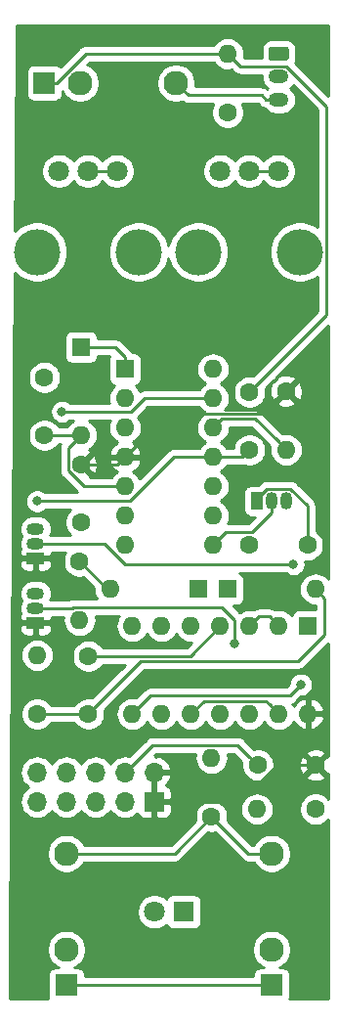
<source format=gbr>
G04 #@! TF.GenerationSoftware,KiCad,Pcbnew,(5.1.0)-1*
G04 #@! TF.CreationDate,2019-04-24T00:20:58-04:00*
G04 #@! TF.ProjectId,envelope,656e7665-6c6f-4706-952e-6b696361645f,rev?*
G04 #@! TF.SameCoordinates,Original*
G04 #@! TF.FileFunction,Copper,L1,Top*
G04 #@! TF.FilePolarity,Positive*
%FSLAX46Y46*%
G04 Gerber Fmt 4.6, Leading zero omitted, Abs format (unit mm)*
G04 Created by KiCad (PCBNEW (5.1.0)-1) date 2019-04-24 00:20:58*
%MOMM*%
%LPD*%
G04 APERTURE LIST*
%ADD10R,1.500000X1.050000*%
%ADD11O,1.500000X1.050000*%
%ADD12O,1.600000X1.600000*%
%ADD13R,1.600000X1.600000*%
%ADD14C,4.000000*%
%ADD15C,1.800000*%
%ADD16C,1.600000*%
%ADD17R,1.050000X1.500000*%
%ADD18O,1.050000X1.500000*%
%ADD19C,2.130000*%
%ADD20R,1.930000X1.830000*%
%ADD21O,1.700000X1.700000*%
%ADD22R,1.700000X1.700000*%
%ADD23R,1.830000X1.930000*%
%ADD24O,1.750000X1.200000*%
%ADD25C,0.100000*%
%ADD26C,1.200000*%
%ADD27R,1.800000X1.800000*%
%ADD28C,0.800000*%
%ADD29C,0.250000*%
%ADD30C,0.254000*%
G04 APERTURE END LIST*
D10*
X114808000Y-101346000D03*
D11*
X114808000Y-98806000D03*
X114808000Y-100076000D03*
D10*
X114808000Y-95758000D03*
D11*
X114808000Y-93218000D03*
X114808000Y-94488000D03*
D12*
X138430000Y-109220000D03*
X123190000Y-101600000D03*
X135890000Y-109220000D03*
X125730000Y-101600000D03*
X133350000Y-109220000D03*
X128270000Y-101600000D03*
X130810000Y-109220000D03*
X130810000Y-101600000D03*
X128270000Y-109220000D03*
X133350000Y-101600000D03*
X125730000Y-109220000D03*
X135890000Y-101600000D03*
X123190000Y-109220000D03*
D13*
X138430000Y-101600000D03*
D12*
X130175000Y-79375000D03*
X122555000Y-94615000D03*
X130175000Y-81915000D03*
X122555000Y-92075000D03*
X130175000Y-84455000D03*
X122555000Y-89535000D03*
X130175000Y-86995000D03*
X122555000Y-86995000D03*
X130175000Y-89535000D03*
X122555000Y-84455000D03*
X130175000Y-92075000D03*
X122555000Y-81915000D03*
X130175000Y-94615000D03*
D13*
X122555000Y-79375000D03*
D14*
X128910000Y-69230000D03*
X137710000Y-69230000D03*
D15*
X130810000Y-62230000D03*
X133310000Y-62230000D03*
X135810000Y-62230000D03*
D14*
X114940000Y-69230000D03*
X123740000Y-69230000D03*
D15*
X116840000Y-62230000D03*
X119340000Y-62230000D03*
X121840000Y-62230000D03*
D12*
X130048000Y-113030000D03*
D16*
X130048000Y-118110000D03*
D12*
X133985000Y-117475000D03*
D16*
X139065000Y-117475000D03*
D12*
X114935000Y-104140000D03*
D16*
X114935000Y-109220000D03*
D12*
X136525000Y-86360000D03*
D16*
X136525000Y-81280000D03*
D12*
X118618000Y-101092000D03*
D16*
X118618000Y-96012000D03*
D12*
X131445000Y-52070000D03*
D16*
X131445000Y-57150000D03*
D17*
X133985000Y-90805000D03*
D18*
X136525000Y-90805000D03*
X135255000Y-90805000D03*
D19*
X135255000Y-121315000D03*
D20*
X135255000Y-132715000D03*
D19*
X135255000Y-129615000D03*
D21*
X114935000Y-114300000D03*
X114935000Y-116840000D03*
X117475000Y-114300000D03*
X117475000Y-116840000D03*
X120015000Y-114300000D03*
X120015000Y-116840000D03*
X122555000Y-114300000D03*
X122555000Y-116840000D03*
X125095000Y-114300000D03*
D22*
X125095000Y-116840000D03*
D19*
X117475000Y-121315000D03*
D20*
X117475000Y-132715000D03*
D19*
X117475000Y-129615000D03*
X126970000Y-54610000D03*
D23*
X115570000Y-54610000D03*
D19*
X118670000Y-54610000D03*
D24*
X135890000Y-56070000D03*
X135890000Y-54070000D03*
D25*
G36*
X136539505Y-51471204D02*
G01*
X136563773Y-51474804D01*
X136587572Y-51480765D01*
X136610671Y-51489030D01*
X136632850Y-51499520D01*
X136653893Y-51512132D01*
X136673599Y-51526747D01*
X136691777Y-51543223D01*
X136708253Y-51561401D01*
X136722868Y-51581107D01*
X136735480Y-51602150D01*
X136745970Y-51624329D01*
X136754235Y-51647428D01*
X136760196Y-51671227D01*
X136763796Y-51695495D01*
X136765000Y-51719999D01*
X136765000Y-52420001D01*
X136763796Y-52444505D01*
X136760196Y-52468773D01*
X136754235Y-52492572D01*
X136745970Y-52515671D01*
X136735480Y-52537850D01*
X136722868Y-52558893D01*
X136708253Y-52578599D01*
X136691777Y-52596777D01*
X136673599Y-52613253D01*
X136653893Y-52627868D01*
X136632850Y-52640480D01*
X136610671Y-52650970D01*
X136587572Y-52659235D01*
X136563773Y-52665196D01*
X136539505Y-52668796D01*
X136515001Y-52670000D01*
X135264999Y-52670000D01*
X135240495Y-52668796D01*
X135216227Y-52665196D01*
X135192428Y-52659235D01*
X135169329Y-52650970D01*
X135147150Y-52640480D01*
X135126107Y-52627868D01*
X135106401Y-52613253D01*
X135088223Y-52596777D01*
X135071747Y-52578599D01*
X135057132Y-52558893D01*
X135044520Y-52537850D01*
X135034030Y-52515671D01*
X135025765Y-52492572D01*
X135019804Y-52468773D01*
X135016204Y-52444505D01*
X135015000Y-52420001D01*
X135015000Y-51719999D01*
X135016204Y-51695495D01*
X135019804Y-51671227D01*
X135025765Y-51647428D01*
X135034030Y-51624329D01*
X135044520Y-51602150D01*
X135057132Y-51581107D01*
X135071747Y-51561401D01*
X135088223Y-51543223D01*
X135106401Y-51526747D01*
X135126107Y-51512132D01*
X135147150Y-51499520D01*
X135169329Y-51489030D01*
X135192428Y-51480765D01*
X135216227Y-51474804D01*
X135240495Y-51471204D01*
X135264999Y-51470000D01*
X136515001Y-51470000D01*
X136539505Y-51471204D01*
X136539505Y-51471204D01*
G37*
D26*
X135890000Y-52070000D03*
D15*
X125095000Y-126365000D03*
D27*
X127635000Y-126365000D03*
D12*
X139065000Y-98425000D03*
D13*
X131445000Y-98425000D03*
D12*
X121285000Y-98425000D03*
D13*
X128905000Y-98425000D03*
D12*
X118745000Y-85090000D03*
D13*
X118745000Y-77470000D03*
D16*
X134065000Y-113665000D03*
X139065000Y-113665000D03*
X119380000Y-104220000D03*
X119380000Y-109220000D03*
X138350000Y-94615000D03*
X133350000Y-94615000D03*
X115570000Y-80090000D03*
X115570000Y-85090000D03*
X133350000Y-81360000D03*
X133350000Y-86360000D03*
X118745000Y-92630000D03*
X118745000Y-87630000D03*
D28*
X114935000Y-90805000D03*
X137160000Y-96266000D03*
X137795000Y-106680000D03*
X117094000Y-83058000D03*
X132080000Y-103124000D03*
D29*
X121920000Y-87630000D02*
X122555000Y-86995000D01*
X118745000Y-87630000D02*
X121920000Y-87630000D01*
X137933630Y-113665000D02*
X139065000Y-113665000D01*
X135730002Y-113665000D02*
X137933630Y-113665000D01*
X132555002Y-116840000D02*
X135730002Y-113665000D01*
X125095000Y-116840000D02*
X132555002Y-116840000D01*
X123354999Y-86195001D02*
X122555000Y-86995000D01*
X126345009Y-83204991D02*
X123354999Y-86195001D01*
X134600009Y-83204991D02*
X126345009Y-83204991D01*
X136525000Y-81280000D02*
X134600009Y-83204991D01*
X117475000Y-132715000D02*
X135255000Y-132715000D01*
X133265001Y-112865001D02*
X134065000Y-113665000D01*
X132304999Y-111904999D02*
X133265001Y-112865001D01*
X124950001Y-111904999D02*
X132304999Y-111904999D01*
X122555000Y-114300000D02*
X124950001Y-111904999D01*
X130313630Y-52070000D02*
X131445000Y-52070000D01*
X119152798Y-52070000D02*
X130313630Y-52070000D01*
X116612798Y-54610000D02*
X119152798Y-52070000D01*
X115570000Y-54610000D02*
X116612798Y-54610000D01*
X133985000Y-90580000D02*
X133985000Y-90805000D01*
X134835010Y-89729990D02*
X133985000Y-90580000D01*
X136877085Y-89729990D02*
X134835010Y-89729990D01*
X138350000Y-91202905D02*
X136877085Y-89729990D01*
X138350000Y-94615000D02*
X138350000Y-91202905D01*
X134149999Y-80560001D02*
X133350000Y-81360000D01*
X140035001Y-74674999D02*
X134149999Y-80560001D01*
X140035001Y-56631840D02*
X140035001Y-74674999D01*
X136548151Y-53144990D02*
X140035001Y-56631840D01*
X132519990Y-53144990D02*
X136548151Y-53144990D01*
X131445000Y-52070000D02*
X132519990Y-53144990D01*
X132715000Y-86995000D02*
X133350000Y-86360000D01*
X130175000Y-86995000D02*
X132715000Y-86995000D01*
X126760002Y-86995000D02*
X122950002Y-90805000D01*
X130175000Y-86995000D02*
X126760002Y-86995000D01*
X122950002Y-90805000D02*
X114935000Y-90805000D01*
X114935000Y-90805000D02*
X114935000Y-90805000D01*
X115570000Y-85090000D02*
X118745000Y-85090000D01*
X121423630Y-89535000D02*
X122555000Y-89535000D01*
X118984998Y-89535000D02*
X121423630Y-89535000D01*
X117619999Y-88170001D02*
X118984998Y-89535000D01*
X117619999Y-86215001D02*
X117619999Y-88170001D01*
X118745000Y-85090000D02*
X117619999Y-86215001D01*
X119340000Y-62230000D02*
X121840000Y-62230000D01*
X133310000Y-62230000D02*
X135810000Y-62230000D01*
X122555000Y-78325000D02*
X122555000Y-79375000D01*
X121700000Y-77470000D02*
X122555000Y-78325000D01*
X118745000Y-77470000D02*
X121700000Y-77470000D01*
X121031000Y-98425000D02*
X121285000Y-98425000D01*
X118618000Y-96012000D02*
X121031000Y-98425000D01*
X135255000Y-91805000D02*
X135255000Y-90805000D01*
X133570001Y-93489999D02*
X135255000Y-91805000D01*
X131300001Y-93489999D02*
X133570001Y-93489999D01*
X130175000Y-94615000D02*
X131300001Y-93489999D01*
X135725001Y-85560001D02*
X136525000Y-86360000D01*
X133820001Y-83655001D02*
X135725001Y-85560001D01*
X130974999Y-83655001D02*
X133820001Y-83655001D01*
X130175000Y-84455000D02*
X130974999Y-83655001D01*
X134765000Y-56070000D02*
X135890000Y-56070000D01*
X134369999Y-55674999D02*
X134765000Y-56070000D01*
X128034999Y-55674999D02*
X134369999Y-55674999D01*
X126970000Y-54610000D02*
X128034999Y-55674999D01*
X120762998Y-94488000D02*
X122540998Y-96266000D01*
X114808000Y-94488000D02*
X120762998Y-94488000D01*
X122540998Y-96266000D02*
X137160000Y-96266000D01*
X137160000Y-96266000D02*
X137160000Y-96266000D01*
X126843000Y-121315000D02*
X130048000Y-118110000D01*
X117475000Y-121315000D02*
X126843000Y-121315000D01*
X133253000Y-121315000D02*
X135255000Y-121315000D01*
X130048000Y-118110000D02*
X133253000Y-121315000D01*
X128190000Y-104220000D02*
X130810000Y-101600000D01*
X119380000Y-104220000D02*
X128190000Y-104220000D01*
X114935000Y-109220000D02*
X119380000Y-109220000D01*
X139864999Y-99224999D02*
X139065000Y-98425000D01*
X139864999Y-102350003D02*
X139864999Y-99224999D01*
X137544992Y-104670010D02*
X139864999Y-102350003D01*
X123929990Y-104670010D02*
X137544992Y-104670010D01*
X119380000Y-109220000D02*
X123929990Y-104670010D01*
X123989999Y-108420001D02*
X123190000Y-109220000D01*
X124765011Y-107644989D02*
X123989999Y-108420001D01*
X136830011Y-107644989D02*
X124765011Y-107644989D01*
X137795000Y-106680000D02*
X136830011Y-107644989D01*
X135090001Y-108420001D02*
X135890000Y-109220000D01*
X134764999Y-108094999D02*
X135090001Y-108420001D01*
X129395001Y-108094999D02*
X134764999Y-108094999D01*
X128270000Y-109220000D02*
X129395001Y-108094999D01*
X135090001Y-100800001D02*
X135890000Y-101600000D01*
X134149999Y-100800001D02*
X135090001Y-100800001D01*
X133350000Y-101600000D02*
X134149999Y-100800001D01*
X124220002Y-81915000D02*
X123077002Y-83058000D01*
X130175000Y-81915000D02*
X124220002Y-81915000D01*
X123077002Y-83058000D02*
X117094000Y-83058000D01*
X117094000Y-83058000D02*
X116840000Y-83058000D01*
X130954999Y-99966999D02*
X132080000Y-101092000D01*
X118077999Y-99966999D02*
X130954999Y-99966999D01*
X114808000Y-100076000D02*
X117968998Y-100076000D01*
X117968998Y-100076000D02*
X118077999Y-99966999D01*
X132080000Y-101092000D02*
X132080000Y-103124000D01*
X132080000Y-103124000D02*
X132080000Y-103378000D01*
D30*
G36*
X140185000Y-55707037D02*
G01*
X137301455Y-52823493D01*
X137335472Y-52759851D01*
X137386008Y-52593255D01*
X137403072Y-52420001D01*
X137403072Y-51719999D01*
X137386008Y-51546745D01*
X137335472Y-51380149D01*
X137253405Y-51226613D01*
X137142962Y-51092038D01*
X137008387Y-50981595D01*
X136854851Y-50899528D01*
X136688255Y-50848992D01*
X136515001Y-50831928D01*
X135264999Y-50831928D01*
X135091745Y-50848992D01*
X134925149Y-50899528D01*
X134771613Y-50981595D01*
X134637038Y-51092038D01*
X134526595Y-51226613D01*
X134444528Y-51380149D01*
X134393992Y-51546745D01*
X134376928Y-51719999D01*
X134376928Y-52384990D01*
X132849019Y-52384990D01*
X132859236Y-52351309D01*
X132886943Y-52070000D01*
X132859236Y-51788691D01*
X132777182Y-51518192D01*
X132643932Y-51268899D01*
X132464608Y-51050392D01*
X132246101Y-50871068D01*
X131996808Y-50737818D01*
X131726309Y-50655764D01*
X131515492Y-50635000D01*
X131374508Y-50635000D01*
X131163691Y-50655764D01*
X130893192Y-50737818D01*
X130643899Y-50871068D01*
X130425392Y-51050392D01*
X130246068Y-51268899D01*
X130224099Y-51310000D01*
X119190120Y-51310000D01*
X119152797Y-51306324D01*
X119115474Y-51310000D01*
X119115465Y-51310000D01*
X119003812Y-51320997D01*
X118860551Y-51364454D01*
X118728522Y-51435026D01*
X118728520Y-51435027D01*
X118728521Y-51435027D01*
X118641794Y-51506201D01*
X118641790Y-51506205D01*
X118612797Y-51529999D01*
X118589003Y-51558992D01*
X116944297Y-53203699D01*
X116936185Y-53193815D01*
X116839494Y-53114463D01*
X116729180Y-53055498D01*
X116609482Y-53019188D01*
X116485000Y-53006928D01*
X114655000Y-53006928D01*
X114530518Y-53019188D01*
X114410820Y-53055498D01*
X114300506Y-53114463D01*
X114203815Y-53193815D01*
X114124463Y-53290506D01*
X114065498Y-53400820D01*
X114029188Y-53520518D01*
X114016928Y-53645000D01*
X114016928Y-55575000D01*
X114029188Y-55699482D01*
X114065498Y-55819180D01*
X114124463Y-55929494D01*
X114203815Y-56026185D01*
X114300506Y-56105537D01*
X114410820Y-56164502D01*
X114530518Y-56200812D01*
X114655000Y-56213072D01*
X116485000Y-56213072D01*
X116609482Y-56200812D01*
X116729180Y-56164502D01*
X116839494Y-56105537D01*
X116936185Y-56026185D01*
X117015537Y-55929494D01*
X117074502Y-55819180D01*
X117110812Y-55699482D01*
X117123072Y-55575000D01*
X117123072Y-55317701D01*
X117163479Y-55415252D01*
X117349523Y-55693687D01*
X117586313Y-55930477D01*
X117864748Y-56116521D01*
X118174128Y-56244670D01*
X118502565Y-56310000D01*
X118837435Y-56310000D01*
X119165872Y-56244670D01*
X119475252Y-56116521D01*
X119753687Y-55930477D01*
X119990477Y-55693687D01*
X120176521Y-55415252D01*
X120304670Y-55105872D01*
X120370000Y-54777435D01*
X120370000Y-54442565D01*
X120304670Y-54114128D01*
X120176521Y-53804748D01*
X119990477Y-53526313D01*
X119753687Y-53289523D01*
X119475252Y-53103479D01*
X119276463Y-53021138D01*
X119467601Y-52830000D01*
X130224099Y-52830000D01*
X130246068Y-52871101D01*
X130425392Y-53089608D01*
X130643899Y-53268932D01*
X130893192Y-53402182D01*
X131163691Y-53484236D01*
X131374508Y-53505000D01*
X131515492Y-53505000D01*
X131726309Y-53484236D01*
X131770905Y-53470708D01*
X131956195Y-53655998D01*
X131979989Y-53684991D01*
X132008982Y-53708785D01*
X132008986Y-53708789D01*
X132079675Y-53766801D01*
X132095714Y-53779964D01*
X132227743Y-53850536D01*
X132371004Y-53893993D01*
X132482657Y-53904990D01*
X132482666Y-53904990D01*
X132519989Y-53908666D01*
X132557312Y-53904990D01*
X134390277Y-53904990D01*
X134374025Y-54070000D01*
X134397870Y-54312102D01*
X134468489Y-54544901D01*
X134583167Y-54759449D01*
X134737498Y-54947502D01*
X134886762Y-55070000D01*
X134858781Y-55092964D01*
X134794275Y-55040025D01*
X134662246Y-54969453D01*
X134518985Y-54925996D01*
X134407332Y-54914999D01*
X134407321Y-54914999D01*
X134369999Y-54911323D01*
X134332677Y-54914999D01*
X128642637Y-54914999D01*
X128670000Y-54777435D01*
X128670000Y-54442565D01*
X128604670Y-54114128D01*
X128476521Y-53804748D01*
X128290477Y-53526313D01*
X128053687Y-53289523D01*
X127775252Y-53103479D01*
X127465872Y-52975330D01*
X127137435Y-52910000D01*
X126802565Y-52910000D01*
X126474128Y-52975330D01*
X126164748Y-53103479D01*
X125886313Y-53289523D01*
X125649523Y-53526313D01*
X125463479Y-53804748D01*
X125335330Y-54114128D01*
X125270000Y-54442565D01*
X125270000Y-54777435D01*
X125335330Y-55105872D01*
X125463479Y-55415252D01*
X125649523Y-55693687D01*
X125886313Y-55930477D01*
X126164748Y-56116521D01*
X126474128Y-56244670D01*
X126802565Y-56310000D01*
X127137435Y-56310000D01*
X127465872Y-56244670D01*
X127509255Y-56226700D01*
X127523996Y-56238798D01*
X127610722Y-56309973D01*
X127666137Y-56339593D01*
X127742752Y-56380545D01*
X127886013Y-56424002D01*
X127997666Y-56434999D01*
X127997675Y-56434999D01*
X128034998Y-56438675D01*
X128072321Y-56434999D01*
X130196889Y-56434999D01*
X130173320Y-56470273D01*
X130065147Y-56731426D01*
X130010000Y-57008665D01*
X130010000Y-57291335D01*
X130065147Y-57568574D01*
X130173320Y-57829727D01*
X130330363Y-58064759D01*
X130530241Y-58264637D01*
X130765273Y-58421680D01*
X131026426Y-58529853D01*
X131303665Y-58585000D01*
X131586335Y-58585000D01*
X131863574Y-58529853D01*
X132124727Y-58421680D01*
X132359759Y-58264637D01*
X132559637Y-58064759D01*
X132716680Y-57829727D01*
X132824853Y-57568574D01*
X132880000Y-57291335D01*
X132880000Y-57008665D01*
X132824853Y-56731426D01*
X132716680Y-56470273D01*
X132693111Y-56434999D01*
X134055198Y-56434999D01*
X134201196Y-56580997D01*
X134224999Y-56610001D01*
X134340724Y-56704974D01*
X134472753Y-56775546D01*
X134616014Y-56819003D01*
X134633451Y-56820720D01*
X134737498Y-56947502D01*
X134925551Y-57101833D01*
X135140099Y-57216511D01*
X135372898Y-57287130D01*
X135554335Y-57305000D01*
X136225665Y-57305000D01*
X136407102Y-57287130D01*
X136639901Y-57216511D01*
X136854449Y-57101833D01*
X137042502Y-56947502D01*
X137196833Y-56759449D01*
X137311511Y-56544901D01*
X137382130Y-56312102D01*
X137405975Y-56070000D01*
X137382130Y-55827898D01*
X137311511Y-55595099D01*
X137196833Y-55380551D01*
X137042502Y-55192498D01*
X136893238Y-55070000D01*
X137042502Y-54947502D01*
X137147690Y-54819330D01*
X139275001Y-56946642D01*
X139275002Y-67106613D01*
X138958141Y-66894893D01*
X138478601Y-66696261D01*
X137969525Y-66595000D01*
X137450475Y-66595000D01*
X136941399Y-66696261D01*
X136461859Y-66894893D01*
X136030285Y-67183262D01*
X135663262Y-67550285D01*
X135374893Y-67981859D01*
X135176261Y-68461399D01*
X135075000Y-68970475D01*
X135075000Y-69489525D01*
X135176261Y-69998601D01*
X135374893Y-70478141D01*
X135663262Y-70909715D01*
X136030285Y-71276738D01*
X136461859Y-71565107D01*
X136941399Y-71763739D01*
X137450475Y-71865000D01*
X137969525Y-71865000D01*
X138478601Y-71763739D01*
X138958141Y-71565107D01*
X139275002Y-71353387D01*
X139275002Y-74360196D01*
X133673887Y-79961312D01*
X133491335Y-79925000D01*
X133208665Y-79925000D01*
X132931426Y-79980147D01*
X132670273Y-80088320D01*
X132435241Y-80245363D01*
X132235363Y-80445241D01*
X132078320Y-80680273D01*
X131970147Y-80941426D01*
X131915000Y-81218665D01*
X131915000Y-81501335D01*
X131970147Y-81778574D01*
X132078320Y-82039727D01*
X132235363Y-82274759D01*
X132435241Y-82474637D01*
X132670273Y-82631680D01*
X132931426Y-82739853D01*
X133208665Y-82795000D01*
X133491335Y-82795000D01*
X133768574Y-82739853D01*
X134029727Y-82631680D01*
X134264759Y-82474637D01*
X134464637Y-82274759D01*
X134466011Y-82272702D01*
X135711903Y-82272702D01*
X135783486Y-82516671D01*
X136038996Y-82637571D01*
X136313184Y-82706300D01*
X136595512Y-82720217D01*
X136875130Y-82678787D01*
X137141292Y-82583603D01*
X137266514Y-82516671D01*
X137338097Y-82272702D01*
X136525000Y-81459605D01*
X135711903Y-82272702D01*
X134466011Y-82272702D01*
X134621680Y-82039727D01*
X134729853Y-81778574D01*
X134785000Y-81501335D01*
X134785000Y-81218665D01*
X134748688Y-81036113D01*
X135425097Y-80359704D01*
X135532296Y-80466903D01*
X135288329Y-80538486D01*
X135167429Y-80793996D01*
X135098700Y-81068184D01*
X135084783Y-81350512D01*
X135126213Y-81630130D01*
X135221397Y-81896292D01*
X135288329Y-82021514D01*
X135532298Y-82093097D01*
X136345395Y-81280000D01*
X136704605Y-81280000D01*
X137517702Y-82093097D01*
X137761671Y-82021514D01*
X137882571Y-81766004D01*
X137951300Y-81491816D01*
X137965217Y-81209488D01*
X137923787Y-80929870D01*
X137828603Y-80663708D01*
X137761671Y-80538486D01*
X137517702Y-80466903D01*
X136704605Y-81280000D01*
X136345395Y-81280000D01*
X136331253Y-81265858D01*
X136510858Y-81086253D01*
X136525000Y-81100395D01*
X137338097Y-80287298D01*
X137266514Y-80043329D01*
X137011004Y-79922429D01*
X136736816Y-79853700D01*
X136454488Y-79839783D01*
X136174870Y-79881213D01*
X135908708Y-79976397D01*
X135783486Y-80043329D01*
X135711903Y-80287296D01*
X135604704Y-80180097D01*
X140185000Y-75599802D01*
X140185001Y-97527721D01*
X140084608Y-97405392D01*
X139866101Y-97226068D01*
X139616808Y-97092818D01*
X139346309Y-97010764D01*
X139135492Y-96990000D01*
X138994508Y-96990000D01*
X138783691Y-97010764D01*
X138513192Y-97092818D01*
X138263899Y-97226068D01*
X138045392Y-97405392D01*
X137866068Y-97623899D01*
X137732818Y-97873192D01*
X137650764Y-98143691D01*
X137623057Y-98425000D01*
X137650764Y-98706309D01*
X137732818Y-98976808D01*
X137866068Y-99226101D01*
X138045392Y-99444608D01*
X138263899Y-99623932D01*
X138513192Y-99757182D01*
X138783691Y-99839236D01*
X138994508Y-99860000D01*
X139105000Y-99860000D01*
X139105000Y-100161928D01*
X137630000Y-100161928D01*
X137505518Y-100174188D01*
X137385820Y-100210498D01*
X137275506Y-100269463D01*
X137178815Y-100348815D01*
X137099463Y-100445506D01*
X137040498Y-100555820D01*
X137004188Y-100675518D01*
X137002419Y-100693482D01*
X136909608Y-100580392D01*
X136691101Y-100401068D01*
X136441808Y-100267818D01*
X136171309Y-100185764D01*
X135960492Y-100165000D01*
X135819508Y-100165000D01*
X135608691Y-100185764D01*
X135558206Y-100201078D01*
X135514277Y-100165027D01*
X135382248Y-100094455D01*
X135238987Y-100050998D01*
X135127334Y-100040001D01*
X135127323Y-100040001D01*
X135090001Y-100036325D01*
X135052679Y-100040001D01*
X134187321Y-100040001D01*
X134149998Y-100036325D01*
X134112675Y-100040001D01*
X134112666Y-100040001D01*
X134001013Y-100050998D01*
X133857752Y-100094455D01*
X133725723Y-100165027D01*
X133725721Y-100165028D01*
X133725722Y-100165028D01*
X133681794Y-100201078D01*
X133631309Y-100185764D01*
X133420492Y-100165000D01*
X133279508Y-100165000D01*
X133068691Y-100185764D01*
X132798192Y-100267818D01*
X132548899Y-100401068D01*
X132502197Y-100439395D01*
X131925873Y-99863072D01*
X132245000Y-99863072D01*
X132369482Y-99850812D01*
X132489180Y-99814502D01*
X132599494Y-99755537D01*
X132696185Y-99676185D01*
X132775537Y-99579494D01*
X132834502Y-99469180D01*
X132870812Y-99349482D01*
X132883072Y-99225000D01*
X132883072Y-97625000D01*
X132870812Y-97500518D01*
X132834502Y-97380820D01*
X132775537Y-97270506D01*
X132696185Y-97173815D01*
X132599494Y-97094463D01*
X132489180Y-97035498D01*
X132457869Y-97026000D01*
X136456289Y-97026000D01*
X136500226Y-97069937D01*
X136669744Y-97183205D01*
X136858102Y-97261226D01*
X137058061Y-97301000D01*
X137261939Y-97301000D01*
X137461898Y-97261226D01*
X137650256Y-97183205D01*
X137819774Y-97069937D01*
X137963937Y-96925774D01*
X138077205Y-96756256D01*
X138155226Y-96567898D01*
X138195000Y-96367939D01*
X138195000Y-96164061D01*
X138170814Y-96042471D01*
X138208665Y-96050000D01*
X138491335Y-96050000D01*
X138768574Y-95994853D01*
X139029727Y-95886680D01*
X139264759Y-95729637D01*
X139464637Y-95529759D01*
X139621680Y-95294727D01*
X139729853Y-95033574D01*
X139785000Y-94756335D01*
X139785000Y-94473665D01*
X139729853Y-94196426D01*
X139621680Y-93935273D01*
X139464637Y-93700241D01*
X139264759Y-93500363D01*
X139110000Y-93396957D01*
X139110000Y-91240227D01*
X139113676Y-91202904D01*
X139110000Y-91165581D01*
X139110000Y-91165572D01*
X139099003Y-91053919D01*
X139055546Y-90910658D01*
X138984974Y-90778629D01*
X138890001Y-90662904D01*
X138861003Y-90639106D01*
X137440889Y-89218993D01*
X137417086Y-89189989D01*
X137301361Y-89095016D01*
X137169332Y-89024444D01*
X137026071Y-88980987D01*
X136914418Y-88969990D01*
X136914407Y-88969990D01*
X136877085Y-88966314D01*
X136839763Y-88969990D01*
X134872335Y-88969990D01*
X134835010Y-88966314D01*
X134797685Y-88969990D01*
X134797677Y-88969990D01*
X134686024Y-88980987D01*
X134542763Y-89024444D01*
X134410734Y-89095016D01*
X134295009Y-89189989D01*
X134271211Y-89218987D01*
X134073270Y-89416928D01*
X133460000Y-89416928D01*
X133335518Y-89429188D01*
X133215820Y-89465498D01*
X133105506Y-89524463D01*
X133008815Y-89603815D01*
X132929463Y-89700506D01*
X132870498Y-89810820D01*
X132834188Y-89930518D01*
X132821928Y-90055000D01*
X132821928Y-91555000D01*
X132834188Y-91679482D01*
X132870498Y-91799180D01*
X132929463Y-91909494D01*
X133008815Y-92006185D01*
X133105506Y-92085537D01*
X133215820Y-92144502D01*
X133335518Y-92180812D01*
X133460000Y-92193072D01*
X133792126Y-92193072D01*
X133255200Y-92729999D01*
X131452025Y-92729999D01*
X131507182Y-92626808D01*
X131589236Y-92356309D01*
X131616943Y-92075000D01*
X131589236Y-91793691D01*
X131507182Y-91523192D01*
X131373932Y-91273899D01*
X131194608Y-91055392D01*
X130976101Y-90876068D01*
X130843142Y-90805000D01*
X130976101Y-90733932D01*
X131194608Y-90554608D01*
X131373932Y-90336101D01*
X131507182Y-90086808D01*
X131589236Y-89816309D01*
X131616943Y-89535000D01*
X131589236Y-89253691D01*
X131507182Y-88983192D01*
X131373932Y-88733899D01*
X131194608Y-88515392D01*
X130976101Y-88336068D01*
X130843142Y-88265000D01*
X130976101Y-88193932D01*
X131194608Y-88014608D01*
X131373932Y-87796101D01*
X131395901Y-87755000D01*
X132677678Y-87755000D01*
X132715000Y-87758676D01*
X132752322Y-87755000D01*
X132752333Y-87755000D01*
X132863986Y-87744003D01*
X132908700Y-87730439D01*
X132931426Y-87739853D01*
X133208665Y-87795000D01*
X133491335Y-87795000D01*
X133768574Y-87739853D01*
X134029727Y-87631680D01*
X134264759Y-87474637D01*
X134464637Y-87274759D01*
X134621680Y-87039727D01*
X134729853Y-86778574D01*
X134785000Y-86501335D01*
X134785000Y-86218665D01*
X134729853Y-85941426D01*
X134621680Y-85680273D01*
X134464637Y-85445241D01*
X134264759Y-85245363D01*
X134029727Y-85088320D01*
X133768574Y-84980147D01*
X133491335Y-84925000D01*
X133208665Y-84925000D01*
X132931426Y-84980147D01*
X132670273Y-85088320D01*
X132435241Y-85245363D01*
X132235363Y-85445241D01*
X132078320Y-85680273D01*
X131970147Y-85941426D01*
X131915000Y-86218665D01*
X131915000Y-86235000D01*
X131395901Y-86235000D01*
X131373932Y-86193899D01*
X131194608Y-85975392D01*
X130976101Y-85796068D01*
X130843142Y-85725000D01*
X130976101Y-85653932D01*
X131194608Y-85474608D01*
X131373932Y-85256101D01*
X131507182Y-85006808D01*
X131589236Y-84736309D01*
X131616943Y-84455000D01*
X131613003Y-84415001D01*
X133505200Y-84415001D01*
X135124292Y-86034094D01*
X135110764Y-86078691D01*
X135083057Y-86360000D01*
X135110764Y-86641309D01*
X135192818Y-86911808D01*
X135326068Y-87161101D01*
X135505392Y-87379608D01*
X135723899Y-87558932D01*
X135973192Y-87692182D01*
X136243691Y-87774236D01*
X136454508Y-87795000D01*
X136595492Y-87795000D01*
X136806309Y-87774236D01*
X137076808Y-87692182D01*
X137326101Y-87558932D01*
X137544608Y-87379608D01*
X137723932Y-87161101D01*
X137857182Y-86911808D01*
X137939236Y-86641309D01*
X137966943Y-86360000D01*
X137939236Y-86078691D01*
X137857182Y-85808192D01*
X137723932Y-85558899D01*
X137544608Y-85340392D01*
X137326101Y-85161068D01*
X137076808Y-85027818D01*
X136806309Y-84945764D01*
X136595492Y-84925000D01*
X136454508Y-84925000D01*
X136243691Y-84945764D01*
X136199094Y-84959292D01*
X134383805Y-83144004D01*
X134360002Y-83115000D01*
X134244277Y-83020027D01*
X134112248Y-82949455D01*
X133968987Y-82905998D01*
X133857334Y-82895001D01*
X133857323Y-82895001D01*
X133820001Y-82891325D01*
X133782679Y-82895001D01*
X131227113Y-82895001D01*
X131373932Y-82716101D01*
X131507182Y-82466808D01*
X131589236Y-82196309D01*
X131616943Y-81915000D01*
X131589236Y-81633691D01*
X131507182Y-81363192D01*
X131373932Y-81113899D01*
X131194608Y-80895392D01*
X130976101Y-80716068D01*
X130843142Y-80645000D01*
X130976101Y-80573932D01*
X131194608Y-80394608D01*
X131373932Y-80176101D01*
X131507182Y-79926808D01*
X131589236Y-79656309D01*
X131616943Y-79375000D01*
X131589236Y-79093691D01*
X131507182Y-78823192D01*
X131373932Y-78573899D01*
X131194608Y-78355392D01*
X130976101Y-78176068D01*
X130726808Y-78042818D01*
X130456309Y-77960764D01*
X130245492Y-77940000D01*
X130104508Y-77940000D01*
X129893691Y-77960764D01*
X129623192Y-78042818D01*
X129373899Y-78176068D01*
X129155392Y-78355392D01*
X128976068Y-78573899D01*
X128842818Y-78823192D01*
X128760764Y-79093691D01*
X128733057Y-79375000D01*
X128760764Y-79656309D01*
X128842818Y-79926808D01*
X128976068Y-80176101D01*
X129155392Y-80394608D01*
X129373899Y-80573932D01*
X129506858Y-80645000D01*
X129373899Y-80716068D01*
X129155392Y-80895392D01*
X128976068Y-81113899D01*
X128954099Y-81155000D01*
X124257324Y-81155000D01*
X124220001Y-81151324D01*
X124182678Y-81155000D01*
X124182669Y-81155000D01*
X124071016Y-81165997D01*
X123975487Y-81194975D01*
X123927755Y-81209454D01*
X123832284Y-81260485D01*
X123753932Y-81113899D01*
X123574608Y-80895392D01*
X123461518Y-80802581D01*
X123479482Y-80800812D01*
X123599180Y-80764502D01*
X123709494Y-80705537D01*
X123806185Y-80626185D01*
X123885537Y-80529494D01*
X123944502Y-80419180D01*
X123980812Y-80299482D01*
X123993072Y-80175000D01*
X123993072Y-78575000D01*
X123980812Y-78450518D01*
X123944502Y-78330820D01*
X123885537Y-78220506D01*
X123806185Y-78123815D01*
X123709494Y-78044463D01*
X123599180Y-77985498D01*
X123479482Y-77949188D01*
X123355000Y-77936928D01*
X123209326Y-77936928D01*
X123189974Y-77900724D01*
X123118799Y-77813997D01*
X123095001Y-77784999D01*
X123066004Y-77761202D01*
X122263803Y-76959002D01*
X122240001Y-76929999D01*
X122124276Y-76835026D01*
X121992247Y-76764454D01*
X121848986Y-76720997D01*
X121737333Y-76710000D01*
X121737322Y-76710000D01*
X121700000Y-76706324D01*
X121662678Y-76710000D01*
X120183072Y-76710000D01*
X120183072Y-76670000D01*
X120170812Y-76545518D01*
X120134502Y-76425820D01*
X120075537Y-76315506D01*
X119996185Y-76218815D01*
X119899494Y-76139463D01*
X119789180Y-76080498D01*
X119669482Y-76044188D01*
X119545000Y-76031928D01*
X117945000Y-76031928D01*
X117820518Y-76044188D01*
X117700820Y-76080498D01*
X117590506Y-76139463D01*
X117493815Y-76218815D01*
X117414463Y-76315506D01*
X117355498Y-76425820D01*
X117319188Y-76545518D01*
X117306928Y-76670000D01*
X117306928Y-78270000D01*
X117319188Y-78394482D01*
X117355498Y-78514180D01*
X117414463Y-78624494D01*
X117493815Y-78721185D01*
X117590506Y-78800537D01*
X117700820Y-78859502D01*
X117820518Y-78895812D01*
X117945000Y-78908072D01*
X119545000Y-78908072D01*
X119669482Y-78895812D01*
X119789180Y-78859502D01*
X119899494Y-78800537D01*
X119996185Y-78721185D01*
X120075537Y-78624494D01*
X120134502Y-78514180D01*
X120170812Y-78394482D01*
X120183072Y-78270000D01*
X120183072Y-78230000D01*
X121219388Y-78230000D01*
X121165498Y-78330820D01*
X121129188Y-78450518D01*
X121116928Y-78575000D01*
X121116928Y-80175000D01*
X121129188Y-80299482D01*
X121165498Y-80419180D01*
X121224463Y-80529494D01*
X121303815Y-80626185D01*
X121400506Y-80705537D01*
X121510820Y-80764502D01*
X121630518Y-80800812D01*
X121648482Y-80802581D01*
X121535392Y-80895392D01*
X121356068Y-81113899D01*
X121222818Y-81363192D01*
X121140764Y-81633691D01*
X121113057Y-81915000D01*
X121140764Y-82196309D01*
X121171611Y-82298000D01*
X117797711Y-82298000D01*
X117753774Y-82254063D01*
X117584256Y-82140795D01*
X117395898Y-82062774D01*
X117195939Y-82023000D01*
X116992061Y-82023000D01*
X116792102Y-82062774D01*
X116603744Y-82140795D01*
X116434226Y-82254063D01*
X116290063Y-82398226D01*
X116176795Y-82567744D01*
X116098774Y-82756102D01*
X116059000Y-82956061D01*
X116059000Y-83159939D01*
X116098774Y-83359898D01*
X116176795Y-83548256D01*
X116290063Y-83717774D01*
X116434226Y-83861937D01*
X116603744Y-83975205D01*
X116792102Y-84053226D01*
X116992061Y-84093000D01*
X117195939Y-84093000D01*
X117395898Y-84053226D01*
X117584256Y-83975205D01*
X117753774Y-83861937D01*
X117797711Y-83818000D01*
X118080599Y-83818000D01*
X117943899Y-83891068D01*
X117725392Y-84070392D01*
X117546068Y-84288899D01*
X117524099Y-84330000D01*
X116788043Y-84330000D01*
X116684637Y-84175241D01*
X116484759Y-83975363D01*
X116249727Y-83818320D01*
X115988574Y-83710147D01*
X115711335Y-83655000D01*
X115428665Y-83655000D01*
X115151426Y-83710147D01*
X114890273Y-83818320D01*
X114655241Y-83975363D01*
X114455363Y-84175241D01*
X114298320Y-84410273D01*
X114190147Y-84671426D01*
X114135000Y-84948665D01*
X114135000Y-85231335D01*
X114190147Y-85508574D01*
X114298320Y-85769727D01*
X114455363Y-86004759D01*
X114655241Y-86204637D01*
X114890273Y-86361680D01*
X115151426Y-86469853D01*
X115428665Y-86525000D01*
X115711335Y-86525000D01*
X115988574Y-86469853D01*
X116249727Y-86361680D01*
X116484759Y-86204637D01*
X116684637Y-86004759D01*
X116788043Y-85850000D01*
X116953342Y-85850000D01*
X116914453Y-85922755D01*
X116870996Y-86066016D01*
X116859999Y-86177669D01*
X116859999Y-86177679D01*
X116856323Y-86215001D01*
X116859999Y-86252324D01*
X116860000Y-88132669D01*
X116856323Y-88170001D01*
X116860000Y-88207334D01*
X116870997Y-88318987D01*
X116884179Y-88362443D01*
X116914453Y-88462247D01*
X116985025Y-88594277D01*
X117056200Y-88681003D01*
X117079999Y-88710002D01*
X117108997Y-88733800D01*
X118420196Y-90045000D01*
X115638711Y-90045000D01*
X115594774Y-90001063D01*
X115425256Y-89887795D01*
X115236898Y-89809774D01*
X115036939Y-89770000D01*
X114833061Y-89770000D01*
X114633102Y-89809774D01*
X114444744Y-89887795D01*
X114275226Y-90001063D01*
X114131063Y-90145226D01*
X114017795Y-90314744D01*
X113939774Y-90503102D01*
X113900000Y-90703061D01*
X113900000Y-90906939D01*
X113939774Y-91106898D01*
X114017795Y-91295256D01*
X114131063Y-91464774D01*
X114275226Y-91608937D01*
X114444744Y-91722205D01*
X114633102Y-91800226D01*
X114833061Y-91840000D01*
X115036939Y-91840000D01*
X115236898Y-91800226D01*
X115425256Y-91722205D01*
X115594774Y-91608937D01*
X115638711Y-91565000D01*
X117780604Y-91565000D01*
X117630363Y-91715241D01*
X117473320Y-91950273D01*
X117365147Y-92211426D01*
X117310000Y-92488665D01*
X117310000Y-92771335D01*
X117365147Y-93048574D01*
X117473320Y-93309727D01*
X117630363Y-93544759D01*
X117813604Y-93728000D01*
X116075708Y-93728000D01*
X116109885Y-93664060D01*
X116176215Y-93445400D01*
X116198612Y-93218000D01*
X116176215Y-92990600D01*
X116109885Y-92771940D01*
X116002171Y-92570421D01*
X115857212Y-92393788D01*
X115680579Y-92248829D01*
X115479060Y-92141115D01*
X115260400Y-92074785D01*
X115089979Y-92058000D01*
X114526021Y-92058000D01*
X114355600Y-92074785D01*
X114136940Y-92141115D01*
X113935421Y-92248829D01*
X113758788Y-92393788D01*
X113613829Y-92570421D01*
X113506115Y-92771940D01*
X113439785Y-92990600D01*
X113417388Y-93218000D01*
X113439785Y-93445400D01*
X113506115Y-93664060D01*
X113607105Y-93853000D01*
X113506115Y-94041940D01*
X113439785Y-94260600D01*
X113417388Y-94488000D01*
X113439785Y-94715400D01*
X113503093Y-94924098D01*
X113468498Y-94988820D01*
X113432188Y-95108518D01*
X113419928Y-95233000D01*
X113423000Y-95472250D01*
X113581750Y-95631000D01*
X114354891Y-95631000D01*
X114355600Y-95631215D01*
X114526021Y-95648000D01*
X115089979Y-95648000D01*
X115260400Y-95631215D01*
X115261109Y-95631000D01*
X116034250Y-95631000D01*
X116193000Y-95472250D01*
X116195879Y-95248000D01*
X117402629Y-95248000D01*
X117346320Y-95332273D01*
X117238147Y-95593426D01*
X117183000Y-95870665D01*
X117183000Y-96153335D01*
X117238147Y-96430574D01*
X117346320Y-96691727D01*
X117503363Y-96926759D01*
X117703241Y-97126637D01*
X117938273Y-97283680D01*
X118199426Y-97391853D01*
X118476665Y-97447000D01*
X118759335Y-97447000D01*
X118941886Y-97410688D01*
X119853201Y-98322003D01*
X119843057Y-98425000D01*
X119870764Y-98706309D01*
X119952818Y-98976808D01*
X120075858Y-99206999D01*
X118115324Y-99206999D01*
X118077999Y-99203323D01*
X118040674Y-99206999D01*
X118040666Y-99206999D01*
X117929013Y-99217996D01*
X117785752Y-99261453D01*
X117683703Y-99316000D01*
X116075708Y-99316000D01*
X116109885Y-99252060D01*
X116176215Y-99033400D01*
X116198612Y-98806000D01*
X116176215Y-98578600D01*
X116109885Y-98359940D01*
X116002171Y-98158421D01*
X115857212Y-97981788D01*
X115680579Y-97836829D01*
X115479060Y-97729115D01*
X115260400Y-97662785D01*
X115089979Y-97646000D01*
X114526021Y-97646000D01*
X114355600Y-97662785D01*
X114136940Y-97729115D01*
X113935421Y-97836829D01*
X113758788Y-97981788D01*
X113613829Y-98158421D01*
X113506115Y-98359940D01*
X113439785Y-98578600D01*
X113417388Y-98806000D01*
X113439785Y-99033400D01*
X113506115Y-99252060D01*
X113607105Y-99441000D01*
X113506115Y-99629940D01*
X113439785Y-99848600D01*
X113417388Y-100076000D01*
X113439785Y-100303400D01*
X113503093Y-100512098D01*
X113468498Y-100576820D01*
X113432188Y-100696518D01*
X113419928Y-100821000D01*
X113423000Y-101060250D01*
X113581750Y-101219000D01*
X114354891Y-101219000D01*
X114355600Y-101219215D01*
X114526021Y-101236000D01*
X115089979Y-101236000D01*
X115260400Y-101219215D01*
X115261109Y-101219000D01*
X116034250Y-101219000D01*
X116193000Y-101060250D01*
X116195879Y-100836000D01*
X117201271Y-100836000D01*
X117176057Y-101092000D01*
X117203764Y-101373309D01*
X117285818Y-101643808D01*
X117419068Y-101893101D01*
X117598392Y-102111608D01*
X117816899Y-102290932D01*
X118066192Y-102424182D01*
X118336691Y-102506236D01*
X118547508Y-102527000D01*
X118688492Y-102527000D01*
X118899309Y-102506236D01*
X119169808Y-102424182D01*
X119419101Y-102290932D01*
X119637608Y-102111608D01*
X119816932Y-101893101D01*
X119950182Y-101643808D01*
X120032236Y-101373309D01*
X120059943Y-101092000D01*
X120032236Y-100810691D01*
X120006849Y-100726999D01*
X122050075Y-100726999D01*
X121991068Y-100798899D01*
X121857818Y-101048192D01*
X121775764Y-101318691D01*
X121748057Y-101600000D01*
X121775764Y-101881309D01*
X121857818Y-102151808D01*
X121991068Y-102401101D01*
X122170392Y-102619608D01*
X122388899Y-102798932D01*
X122638192Y-102932182D01*
X122908691Y-103014236D01*
X123119508Y-103035000D01*
X123260492Y-103035000D01*
X123471309Y-103014236D01*
X123741808Y-102932182D01*
X123991101Y-102798932D01*
X124209608Y-102619608D01*
X124388932Y-102401101D01*
X124460000Y-102268142D01*
X124531068Y-102401101D01*
X124710392Y-102619608D01*
X124928899Y-102798932D01*
X125178192Y-102932182D01*
X125448691Y-103014236D01*
X125659508Y-103035000D01*
X125800492Y-103035000D01*
X126011309Y-103014236D01*
X126281808Y-102932182D01*
X126531101Y-102798932D01*
X126749608Y-102619608D01*
X126928932Y-102401101D01*
X127000000Y-102268142D01*
X127071068Y-102401101D01*
X127250392Y-102619608D01*
X127468899Y-102798932D01*
X127718192Y-102932182D01*
X127988691Y-103014236D01*
X128199508Y-103035000D01*
X128300199Y-103035000D01*
X127875199Y-103460000D01*
X120598043Y-103460000D01*
X120494637Y-103305241D01*
X120294759Y-103105363D01*
X120059727Y-102948320D01*
X119798574Y-102840147D01*
X119521335Y-102785000D01*
X119238665Y-102785000D01*
X118961426Y-102840147D01*
X118700273Y-102948320D01*
X118465241Y-103105363D01*
X118265363Y-103305241D01*
X118108320Y-103540273D01*
X118000147Y-103801426D01*
X117945000Y-104078665D01*
X117945000Y-104361335D01*
X118000147Y-104638574D01*
X118108320Y-104899727D01*
X118265363Y-105134759D01*
X118465241Y-105334637D01*
X118700273Y-105491680D01*
X118961426Y-105599853D01*
X119238665Y-105655000D01*
X119521335Y-105655000D01*
X119798574Y-105599853D01*
X120059727Y-105491680D01*
X120294759Y-105334637D01*
X120494637Y-105134759D01*
X120598043Y-104980000D01*
X122545198Y-104980000D01*
X119703887Y-107821312D01*
X119521335Y-107785000D01*
X119238665Y-107785000D01*
X118961426Y-107840147D01*
X118700273Y-107948320D01*
X118465241Y-108105363D01*
X118265363Y-108305241D01*
X118161957Y-108460000D01*
X116153043Y-108460000D01*
X116049637Y-108305241D01*
X115849759Y-108105363D01*
X115614727Y-107948320D01*
X115353574Y-107840147D01*
X115076335Y-107785000D01*
X114793665Y-107785000D01*
X114516426Y-107840147D01*
X114255273Y-107948320D01*
X114020241Y-108105363D01*
X113820363Y-108305241D01*
X113663320Y-108540273D01*
X113555147Y-108801426D01*
X113500000Y-109078665D01*
X113500000Y-109361335D01*
X113555147Y-109638574D01*
X113663320Y-109899727D01*
X113820363Y-110134759D01*
X114020241Y-110334637D01*
X114255273Y-110491680D01*
X114516426Y-110599853D01*
X114793665Y-110655000D01*
X115076335Y-110655000D01*
X115353574Y-110599853D01*
X115614727Y-110491680D01*
X115849759Y-110334637D01*
X116049637Y-110134759D01*
X116153043Y-109980000D01*
X118161957Y-109980000D01*
X118265363Y-110134759D01*
X118465241Y-110334637D01*
X118700273Y-110491680D01*
X118961426Y-110599853D01*
X119238665Y-110655000D01*
X119521335Y-110655000D01*
X119798574Y-110599853D01*
X120059727Y-110491680D01*
X120294759Y-110334637D01*
X120494637Y-110134759D01*
X120651680Y-109899727D01*
X120759853Y-109638574D01*
X120815000Y-109361335D01*
X120815000Y-109220000D01*
X121748057Y-109220000D01*
X121775764Y-109501309D01*
X121857818Y-109771808D01*
X121991068Y-110021101D01*
X122170392Y-110239608D01*
X122388899Y-110418932D01*
X122638192Y-110552182D01*
X122908691Y-110634236D01*
X123119508Y-110655000D01*
X123260492Y-110655000D01*
X123471309Y-110634236D01*
X123741808Y-110552182D01*
X123991101Y-110418932D01*
X124209608Y-110239608D01*
X124388932Y-110021101D01*
X124460000Y-109888142D01*
X124531068Y-110021101D01*
X124710392Y-110239608D01*
X124928899Y-110418932D01*
X125178192Y-110552182D01*
X125448691Y-110634236D01*
X125659508Y-110655000D01*
X125800492Y-110655000D01*
X126011309Y-110634236D01*
X126281808Y-110552182D01*
X126531101Y-110418932D01*
X126749608Y-110239608D01*
X126928932Y-110021101D01*
X127000000Y-109888142D01*
X127071068Y-110021101D01*
X127250392Y-110239608D01*
X127468899Y-110418932D01*
X127718192Y-110552182D01*
X127988691Y-110634236D01*
X128199508Y-110655000D01*
X128340492Y-110655000D01*
X128551309Y-110634236D01*
X128821808Y-110552182D01*
X129071101Y-110418932D01*
X129289608Y-110239608D01*
X129468932Y-110021101D01*
X129540000Y-109888142D01*
X129611068Y-110021101D01*
X129790392Y-110239608D01*
X130008899Y-110418932D01*
X130258192Y-110552182D01*
X130528691Y-110634236D01*
X130739508Y-110655000D01*
X130880492Y-110655000D01*
X131091309Y-110634236D01*
X131361808Y-110552182D01*
X131611101Y-110418932D01*
X131829608Y-110239608D01*
X132008932Y-110021101D01*
X132080000Y-109888142D01*
X132151068Y-110021101D01*
X132330392Y-110239608D01*
X132548899Y-110418932D01*
X132798192Y-110552182D01*
X133068691Y-110634236D01*
X133279508Y-110655000D01*
X133420492Y-110655000D01*
X133631309Y-110634236D01*
X133901808Y-110552182D01*
X134151101Y-110418932D01*
X134369608Y-110239608D01*
X134548932Y-110021101D01*
X134620000Y-109888142D01*
X134691068Y-110021101D01*
X134870392Y-110239608D01*
X135088899Y-110418932D01*
X135338192Y-110552182D01*
X135608691Y-110634236D01*
X135819508Y-110655000D01*
X135960492Y-110655000D01*
X136171309Y-110634236D01*
X136441808Y-110552182D01*
X136691101Y-110418932D01*
X136909608Y-110239608D01*
X137088932Y-110021101D01*
X137162579Y-109883318D01*
X137277615Y-110075131D01*
X137466586Y-110283519D01*
X137692580Y-110451037D01*
X137946913Y-110571246D01*
X138080961Y-110611904D01*
X138303000Y-110489915D01*
X138303000Y-109347000D01*
X138557000Y-109347000D01*
X138557000Y-110489915D01*
X138779039Y-110611904D01*
X138913087Y-110571246D01*
X139167420Y-110451037D01*
X139393414Y-110283519D01*
X139582385Y-110075131D01*
X139727070Y-109833881D01*
X139821909Y-109569040D01*
X139700624Y-109347000D01*
X138557000Y-109347000D01*
X138303000Y-109347000D01*
X138283000Y-109347000D01*
X138283000Y-109093000D01*
X138303000Y-109093000D01*
X138303000Y-107950085D01*
X138557000Y-107950085D01*
X138557000Y-109093000D01*
X139700624Y-109093000D01*
X139821909Y-108870960D01*
X139727070Y-108606119D01*
X139582385Y-108364869D01*
X139393414Y-108156481D01*
X139167420Y-107988963D01*
X138913087Y-107868754D01*
X138779039Y-107828096D01*
X138557000Y-107950085D01*
X138303000Y-107950085D01*
X138080961Y-107828096D01*
X137946913Y-107868754D01*
X137692580Y-107988963D01*
X137466586Y-108156481D01*
X137277615Y-108364869D01*
X137162579Y-108556682D01*
X137088932Y-108418899D01*
X137050653Y-108372256D01*
X137122258Y-108350535D01*
X137254287Y-108279963D01*
X137370012Y-108184990D01*
X137393815Y-108155987D01*
X137834801Y-107715000D01*
X137896939Y-107715000D01*
X138096898Y-107675226D01*
X138285256Y-107597205D01*
X138454774Y-107483937D01*
X138598937Y-107339774D01*
X138712205Y-107170256D01*
X138790226Y-106981898D01*
X138830000Y-106781939D01*
X138830000Y-106578061D01*
X138790226Y-106378102D01*
X138712205Y-106189744D01*
X138598937Y-106020226D01*
X138454774Y-105876063D01*
X138285256Y-105762795D01*
X138096898Y-105684774D01*
X137896939Y-105645000D01*
X137693061Y-105645000D01*
X137493102Y-105684774D01*
X137304744Y-105762795D01*
X137135226Y-105876063D01*
X136991063Y-106020226D01*
X136877795Y-106189744D01*
X136799774Y-106378102D01*
X136760000Y-106578061D01*
X136760000Y-106640199D01*
X136515210Y-106884989D01*
X124802333Y-106884989D01*
X124765010Y-106881313D01*
X124727687Y-106884989D01*
X124727678Y-106884989D01*
X124616025Y-106895986D01*
X124472764Y-106939443D01*
X124340735Y-107010015D01*
X124340733Y-107010016D01*
X124340734Y-107010016D01*
X124254007Y-107081190D01*
X124254003Y-107081194D01*
X124225010Y-107104988D01*
X124201216Y-107133981D01*
X123515906Y-107819292D01*
X123471309Y-107805764D01*
X123260492Y-107785000D01*
X123119508Y-107785000D01*
X122908691Y-107805764D01*
X122638192Y-107887818D01*
X122388899Y-108021068D01*
X122170392Y-108200392D01*
X121991068Y-108418899D01*
X121857818Y-108668192D01*
X121775764Y-108938691D01*
X121748057Y-109220000D01*
X120815000Y-109220000D01*
X120815000Y-109078665D01*
X120778688Y-108896113D01*
X124244792Y-105430010D01*
X137507670Y-105430010D01*
X137544992Y-105433686D01*
X137582314Y-105430010D01*
X137582325Y-105430010D01*
X137693978Y-105419013D01*
X137837239Y-105375556D01*
X137969268Y-105304984D01*
X138084993Y-105210011D01*
X138108796Y-105181007D01*
X140185001Y-103104803D01*
X140185001Y-112889254D01*
X140057702Y-112851903D01*
X139244605Y-113665000D01*
X140057702Y-114478097D01*
X140185001Y-114440746D01*
X140185001Y-116568268D01*
X140179637Y-116560241D01*
X139979759Y-116360363D01*
X139744727Y-116203320D01*
X139483574Y-116095147D01*
X139206335Y-116040000D01*
X138923665Y-116040000D01*
X138646426Y-116095147D01*
X138385273Y-116203320D01*
X138150241Y-116360363D01*
X137950363Y-116560241D01*
X137793320Y-116795273D01*
X137685147Y-117056426D01*
X137630000Y-117333665D01*
X137630000Y-117616335D01*
X137685147Y-117893574D01*
X137793320Y-118154727D01*
X137950363Y-118389759D01*
X138150241Y-118589637D01*
X138385273Y-118746680D01*
X138646426Y-118854853D01*
X138923665Y-118910000D01*
X139206335Y-118910000D01*
X139483574Y-118854853D01*
X139744727Y-118746680D01*
X139979759Y-118589637D01*
X140179637Y-118389759D01*
X140185001Y-118381731D01*
X140185001Y-133835000D01*
X136821387Y-133835000D01*
X136845812Y-133754482D01*
X136858072Y-133630000D01*
X136858072Y-131800000D01*
X136845812Y-131675518D01*
X136809502Y-131555820D01*
X136750537Y-131445506D01*
X136671185Y-131348815D01*
X136574494Y-131269463D01*
X136464180Y-131210498D01*
X136344482Y-131174188D01*
X136220000Y-131161928D01*
X135962701Y-131161928D01*
X136060252Y-131121521D01*
X136338687Y-130935477D01*
X136575477Y-130698687D01*
X136761521Y-130420252D01*
X136889670Y-130110872D01*
X136955000Y-129782435D01*
X136955000Y-129447565D01*
X136889670Y-129119128D01*
X136761521Y-128809748D01*
X136575477Y-128531313D01*
X136338687Y-128294523D01*
X136060252Y-128108479D01*
X135750872Y-127980330D01*
X135422435Y-127915000D01*
X135087565Y-127915000D01*
X134759128Y-127980330D01*
X134449748Y-128108479D01*
X134171313Y-128294523D01*
X133934523Y-128531313D01*
X133748479Y-128809748D01*
X133620330Y-129119128D01*
X133555000Y-129447565D01*
X133555000Y-129782435D01*
X133620330Y-130110872D01*
X133748479Y-130420252D01*
X133934523Y-130698687D01*
X134171313Y-130935477D01*
X134449748Y-131121521D01*
X134547299Y-131161928D01*
X134290000Y-131161928D01*
X134165518Y-131174188D01*
X134045820Y-131210498D01*
X133935506Y-131269463D01*
X133838815Y-131348815D01*
X133759463Y-131445506D01*
X133700498Y-131555820D01*
X133664188Y-131675518D01*
X133651928Y-131800000D01*
X133651928Y-131955000D01*
X119078072Y-131955000D01*
X119078072Y-131800000D01*
X119065812Y-131675518D01*
X119029502Y-131555820D01*
X118970537Y-131445506D01*
X118891185Y-131348815D01*
X118794494Y-131269463D01*
X118684180Y-131210498D01*
X118564482Y-131174188D01*
X118440000Y-131161928D01*
X118182701Y-131161928D01*
X118280252Y-131121521D01*
X118558687Y-130935477D01*
X118795477Y-130698687D01*
X118981521Y-130420252D01*
X119109670Y-130110872D01*
X119175000Y-129782435D01*
X119175000Y-129447565D01*
X119109670Y-129119128D01*
X118981521Y-128809748D01*
X118795477Y-128531313D01*
X118558687Y-128294523D01*
X118280252Y-128108479D01*
X117970872Y-127980330D01*
X117642435Y-127915000D01*
X117307565Y-127915000D01*
X116979128Y-127980330D01*
X116669748Y-128108479D01*
X116391313Y-128294523D01*
X116154523Y-128531313D01*
X115968479Y-128809748D01*
X115840330Y-129119128D01*
X115775000Y-129447565D01*
X115775000Y-129782435D01*
X115840330Y-130110872D01*
X115968479Y-130420252D01*
X116154523Y-130698687D01*
X116391313Y-130935477D01*
X116669748Y-131121521D01*
X116767299Y-131161928D01*
X116510000Y-131161928D01*
X116385518Y-131174188D01*
X116265820Y-131210498D01*
X116155506Y-131269463D01*
X116058815Y-131348815D01*
X115979463Y-131445506D01*
X115920498Y-131555820D01*
X115884188Y-131675518D01*
X115871928Y-131800000D01*
X115871928Y-133630000D01*
X115884188Y-133754482D01*
X115908613Y-133835000D01*
X112545000Y-133835000D01*
X112545000Y-129702445D01*
X112571630Y-126213816D01*
X123560000Y-126213816D01*
X123560000Y-126516184D01*
X123618989Y-126812743D01*
X123734701Y-127092095D01*
X123902688Y-127343505D01*
X124116495Y-127557312D01*
X124367905Y-127725299D01*
X124647257Y-127841011D01*
X124943816Y-127900000D01*
X125246184Y-127900000D01*
X125542743Y-127841011D01*
X125822095Y-127725299D01*
X126073505Y-127557312D01*
X126139944Y-127490873D01*
X126145498Y-127509180D01*
X126204463Y-127619494D01*
X126283815Y-127716185D01*
X126380506Y-127795537D01*
X126490820Y-127854502D01*
X126610518Y-127890812D01*
X126735000Y-127903072D01*
X128535000Y-127903072D01*
X128659482Y-127890812D01*
X128779180Y-127854502D01*
X128889494Y-127795537D01*
X128986185Y-127716185D01*
X129065537Y-127619494D01*
X129124502Y-127509180D01*
X129160812Y-127389482D01*
X129173072Y-127265000D01*
X129173072Y-125465000D01*
X129160812Y-125340518D01*
X129124502Y-125220820D01*
X129065537Y-125110506D01*
X128986185Y-125013815D01*
X128889494Y-124934463D01*
X128779180Y-124875498D01*
X128659482Y-124839188D01*
X128535000Y-124826928D01*
X126735000Y-124826928D01*
X126610518Y-124839188D01*
X126490820Y-124875498D01*
X126380506Y-124934463D01*
X126283815Y-125013815D01*
X126204463Y-125110506D01*
X126145498Y-125220820D01*
X126139944Y-125239127D01*
X126073505Y-125172688D01*
X125822095Y-125004701D01*
X125542743Y-124888989D01*
X125246184Y-124830000D01*
X124943816Y-124830000D01*
X124647257Y-124888989D01*
X124367905Y-125004701D01*
X124116495Y-125172688D01*
X123902688Y-125386495D01*
X123734701Y-125637905D01*
X123618989Y-125917257D01*
X123560000Y-126213816D01*
X112571630Y-126213816D01*
X112610303Y-121147565D01*
X115775000Y-121147565D01*
X115775000Y-121482435D01*
X115840330Y-121810872D01*
X115968479Y-122120252D01*
X116154523Y-122398687D01*
X116391313Y-122635477D01*
X116669748Y-122821521D01*
X116979128Y-122949670D01*
X117307565Y-123015000D01*
X117642435Y-123015000D01*
X117970872Y-122949670D01*
X118280252Y-122821521D01*
X118558687Y-122635477D01*
X118795477Y-122398687D01*
X118981521Y-122120252D01*
X119000265Y-122075000D01*
X126805678Y-122075000D01*
X126843000Y-122078676D01*
X126880322Y-122075000D01*
X126880333Y-122075000D01*
X126991986Y-122064003D01*
X127135247Y-122020546D01*
X127267276Y-121949974D01*
X127383001Y-121855001D01*
X127406804Y-121825997D01*
X129724114Y-119508688D01*
X129906665Y-119545000D01*
X130189335Y-119545000D01*
X130371886Y-119508688D01*
X132689205Y-121826008D01*
X132712999Y-121855001D01*
X132741992Y-121878795D01*
X132741996Y-121878799D01*
X132812685Y-121936811D01*
X132828724Y-121949974D01*
X132960753Y-122020546D01*
X133104014Y-122064003D01*
X133215667Y-122075000D01*
X133215676Y-122075000D01*
X133252999Y-122078676D01*
X133290322Y-122075000D01*
X133729735Y-122075000D01*
X133748479Y-122120252D01*
X133934523Y-122398687D01*
X134171313Y-122635477D01*
X134449748Y-122821521D01*
X134759128Y-122949670D01*
X135087565Y-123015000D01*
X135422435Y-123015000D01*
X135750872Y-122949670D01*
X136060252Y-122821521D01*
X136338687Y-122635477D01*
X136575477Y-122398687D01*
X136761521Y-122120252D01*
X136889670Y-121810872D01*
X136955000Y-121482435D01*
X136955000Y-121147565D01*
X136889670Y-120819128D01*
X136761521Y-120509748D01*
X136575477Y-120231313D01*
X136338687Y-119994523D01*
X136060252Y-119808479D01*
X135750872Y-119680330D01*
X135422435Y-119615000D01*
X135087565Y-119615000D01*
X134759128Y-119680330D01*
X134449748Y-119808479D01*
X134171313Y-119994523D01*
X133934523Y-120231313D01*
X133748479Y-120509748D01*
X133729735Y-120555000D01*
X133567803Y-120555000D01*
X131446688Y-118433886D01*
X131483000Y-118251335D01*
X131483000Y-117968665D01*
X131427853Y-117691426D01*
X131338207Y-117475000D01*
X132543057Y-117475000D01*
X132570764Y-117756309D01*
X132652818Y-118026808D01*
X132786068Y-118276101D01*
X132965392Y-118494608D01*
X133183899Y-118673932D01*
X133433192Y-118807182D01*
X133703691Y-118889236D01*
X133914508Y-118910000D01*
X134055492Y-118910000D01*
X134266309Y-118889236D01*
X134536808Y-118807182D01*
X134786101Y-118673932D01*
X135004608Y-118494608D01*
X135183932Y-118276101D01*
X135317182Y-118026808D01*
X135399236Y-117756309D01*
X135426943Y-117475000D01*
X135399236Y-117193691D01*
X135317182Y-116923192D01*
X135183932Y-116673899D01*
X135004608Y-116455392D01*
X134786101Y-116276068D01*
X134536808Y-116142818D01*
X134266309Y-116060764D01*
X134055492Y-116040000D01*
X133914508Y-116040000D01*
X133703691Y-116060764D01*
X133433192Y-116142818D01*
X133183899Y-116276068D01*
X132965392Y-116455392D01*
X132786068Y-116673899D01*
X132652818Y-116923192D01*
X132570764Y-117193691D01*
X132543057Y-117475000D01*
X131338207Y-117475000D01*
X131319680Y-117430273D01*
X131162637Y-117195241D01*
X130962759Y-116995363D01*
X130727727Y-116838320D01*
X130466574Y-116730147D01*
X130189335Y-116675000D01*
X129906665Y-116675000D01*
X129629426Y-116730147D01*
X129368273Y-116838320D01*
X129133241Y-116995363D01*
X128933363Y-117195241D01*
X128776320Y-117430273D01*
X128668147Y-117691426D01*
X128613000Y-117968665D01*
X128613000Y-118251335D01*
X128649312Y-118433886D01*
X126528199Y-120555000D01*
X119000265Y-120555000D01*
X118981521Y-120509748D01*
X118795477Y-120231313D01*
X118558687Y-119994523D01*
X118280252Y-119808479D01*
X117970872Y-119680330D01*
X117642435Y-119615000D01*
X117307565Y-119615000D01*
X116979128Y-119680330D01*
X116669748Y-119808479D01*
X116391313Y-119994523D01*
X116154523Y-120231313D01*
X115968479Y-120509748D01*
X115840330Y-120819128D01*
X115775000Y-121147565D01*
X112610303Y-121147565D01*
X112662575Y-114300000D01*
X113442815Y-114300000D01*
X113471487Y-114591111D01*
X113556401Y-114871034D01*
X113694294Y-115129014D01*
X113879866Y-115355134D01*
X114105986Y-115540706D01*
X114160791Y-115570000D01*
X114105986Y-115599294D01*
X113879866Y-115784866D01*
X113694294Y-116010986D01*
X113556401Y-116268966D01*
X113471487Y-116548889D01*
X113442815Y-116840000D01*
X113471487Y-117131111D01*
X113556401Y-117411034D01*
X113694294Y-117669014D01*
X113879866Y-117895134D01*
X114105986Y-118080706D01*
X114363966Y-118218599D01*
X114643889Y-118303513D01*
X114862050Y-118325000D01*
X115007950Y-118325000D01*
X115226111Y-118303513D01*
X115506034Y-118218599D01*
X115764014Y-118080706D01*
X115990134Y-117895134D01*
X116175706Y-117669014D01*
X116205000Y-117614209D01*
X116234294Y-117669014D01*
X116419866Y-117895134D01*
X116645986Y-118080706D01*
X116903966Y-118218599D01*
X117183889Y-118303513D01*
X117402050Y-118325000D01*
X117547950Y-118325000D01*
X117766111Y-118303513D01*
X118046034Y-118218599D01*
X118304014Y-118080706D01*
X118530134Y-117895134D01*
X118715706Y-117669014D01*
X118745000Y-117614209D01*
X118774294Y-117669014D01*
X118959866Y-117895134D01*
X119185986Y-118080706D01*
X119443966Y-118218599D01*
X119723889Y-118303513D01*
X119942050Y-118325000D01*
X120087950Y-118325000D01*
X120306111Y-118303513D01*
X120586034Y-118218599D01*
X120844014Y-118080706D01*
X121070134Y-117895134D01*
X121255706Y-117669014D01*
X121285000Y-117614209D01*
X121314294Y-117669014D01*
X121499866Y-117895134D01*
X121725986Y-118080706D01*
X121983966Y-118218599D01*
X122263889Y-118303513D01*
X122482050Y-118325000D01*
X122627950Y-118325000D01*
X122846111Y-118303513D01*
X123126034Y-118218599D01*
X123384014Y-118080706D01*
X123610134Y-117895134D01*
X123634607Y-117865313D01*
X123655498Y-117934180D01*
X123714463Y-118044494D01*
X123793815Y-118141185D01*
X123890506Y-118220537D01*
X124000820Y-118279502D01*
X124120518Y-118315812D01*
X124245000Y-118328072D01*
X124809250Y-118325000D01*
X124968000Y-118166250D01*
X124968000Y-116967000D01*
X125222000Y-116967000D01*
X125222000Y-118166250D01*
X125380750Y-118325000D01*
X125945000Y-118328072D01*
X126069482Y-118315812D01*
X126189180Y-118279502D01*
X126299494Y-118220537D01*
X126396185Y-118141185D01*
X126475537Y-118044494D01*
X126534502Y-117934180D01*
X126570812Y-117814482D01*
X126583072Y-117690000D01*
X126580000Y-117125750D01*
X126421250Y-116967000D01*
X125222000Y-116967000D01*
X124968000Y-116967000D01*
X124948000Y-116967000D01*
X124948000Y-116713000D01*
X124968000Y-116713000D01*
X124968000Y-114427000D01*
X125222000Y-114427000D01*
X125222000Y-116713000D01*
X126421250Y-116713000D01*
X126580000Y-116554250D01*
X126583072Y-115990000D01*
X126570812Y-115865518D01*
X126534502Y-115745820D01*
X126475537Y-115635506D01*
X126396185Y-115538815D01*
X126299494Y-115459463D01*
X126189180Y-115400498D01*
X126113374Y-115377502D01*
X126290178Y-115181355D01*
X126439157Y-114931252D01*
X126536481Y-114656891D01*
X126415814Y-114427000D01*
X125222000Y-114427000D01*
X124968000Y-114427000D01*
X124948000Y-114427000D01*
X124948000Y-114173000D01*
X124968000Y-114173000D01*
X124968000Y-114153000D01*
X125222000Y-114153000D01*
X125222000Y-114173000D01*
X126415814Y-114173000D01*
X126536481Y-113943109D01*
X126439157Y-113668748D01*
X126290178Y-113418645D01*
X126095269Y-113202412D01*
X125861920Y-113028359D01*
X125599099Y-112903175D01*
X125451890Y-112858524D01*
X125222002Y-112979844D01*
X125222002Y-112815000D01*
X125114802Y-112815000D01*
X125264803Y-112664999D01*
X128659151Y-112664999D01*
X128633764Y-112748691D01*
X128606057Y-113030000D01*
X128633764Y-113311309D01*
X128715818Y-113581808D01*
X128849068Y-113831101D01*
X129028392Y-114049608D01*
X129246899Y-114228932D01*
X129496192Y-114362182D01*
X129766691Y-114444236D01*
X129977508Y-114465000D01*
X130118492Y-114465000D01*
X130329309Y-114444236D01*
X130599808Y-114362182D01*
X130849101Y-114228932D01*
X131067608Y-114049608D01*
X131246932Y-113831101D01*
X131380182Y-113581808D01*
X131462236Y-113311309D01*
X131489943Y-113030000D01*
X131462236Y-112748691D01*
X131436849Y-112664999D01*
X131990198Y-112664999D01*
X132666312Y-113341114D01*
X132630000Y-113523665D01*
X132630000Y-113806335D01*
X132685147Y-114083574D01*
X132793320Y-114344727D01*
X132950363Y-114579759D01*
X133150241Y-114779637D01*
X133385273Y-114936680D01*
X133646426Y-115044853D01*
X133923665Y-115100000D01*
X134206335Y-115100000D01*
X134483574Y-115044853D01*
X134744727Y-114936680D01*
X134979759Y-114779637D01*
X135101694Y-114657702D01*
X138251903Y-114657702D01*
X138323486Y-114901671D01*
X138578996Y-115022571D01*
X138853184Y-115091300D01*
X139135512Y-115105217D01*
X139415130Y-115063787D01*
X139681292Y-114968603D01*
X139806514Y-114901671D01*
X139878097Y-114657702D01*
X139065000Y-113844605D01*
X138251903Y-114657702D01*
X135101694Y-114657702D01*
X135179637Y-114579759D01*
X135336680Y-114344727D01*
X135444853Y-114083574D01*
X135500000Y-113806335D01*
X135500000Y-113735512D01*
X137624783Y-113735512D01*
X137666213Y-114015130D01*
X137761397Y-114281292D01*
X137828329Y-114406514D01*
X138072298Y-114478097D01*
X138885395Y-113665000D01*
X138072298Y-112851903D01*
X137828329Y-112923486D01*
X137707429Y-113178996D01*
X137638700Y-113453184D01*
X137624783Y-113735512D01*
X135500000Y-113735512D01*
X135500000Y-113523665D01*
X135444853Y-113246426D01*
X135336680Y-112985273D01*
X135179637Y-112750241D01*
X135101694Y-112672298D01*
X138251903Y-112672298D01*
X139065000Y-113485395D01*
X139878097Y-112672298D01*
X139806514Y-112428329D01*
X139551004Y-112307429D01*
X139276816Y-112238700D01*
X138994488Y-112224783D01*
X138714870Y-112266213D01*
X138448708Y-112361397D01*
X138323486Y-112428329D01*
X138251903Y-112672298D01*
X135101694Y-112672298D01*
X134979759Y-112550363D01*
X134744727Y-112393320D01*
X134483574Y-112285147D01*
X134206335Y-112230000D01*
X133923665Y-112230000D01*
X133741114Y-112266312D01*
X132868803Y-111394001D01*
X132845000Y-111364998D01*
X132729275Y-111270025D01*
X132597246Y-111199453D01*
X132453985Y-111155996D01*
X132342332Y-111144999D01*
X132342321Y-111144999D01*
X132304999Y-111141323D01*
X132267677Y-111144999D01*
X124987324Y-111144999D01*
X124950001Y-111141323D01*
X124912678Y-111144999D01*
X124912668Y-111144999D01*
X124801015Y-111155996D01*
X124657754Y-111199453D01*
X124525724Y-111270025D01*
X124442084Y-111338667D01*
X124410000Y-111364998D01*
X124386202Y-111393996D01*
X122920996Y-112859203D01*
X122846111Y-112836487D01*
X122627950Y-112815000D01*
X122482050Y-112815000D01*
X122263889Y-112836487D01*
X121983966Y-112921401D01*
X121725986Y-113059294D01*
X121499866Y-113244866D01*
X121314294Y-113470986D01*
X121285000Y-113525791D01*
X121255706Y-113470986D01*
X121070134Y-113244866D01*
X120844014Y-113059294D01*
X120586034Y-112921401D01*
X120306111Y-112836487D01*
X120087950Y-112815000D01*
X119942050Y-112815000D01*
X119723889Y-112836487D01*
X119443966Y-112921401D01*
X119185986Y-113059294D01*
X118959866Y-113244866D01*
X118774294Y-113470986D01*
X118745000Y-113525791D01*
X118715706Y-113470986D01*
X118530134Y-113244866D01*
X118304014Y-113059294D01*
X118046034Y-112921401D01*
X117766111Y-112836487D01*
X117547950Y-112815000D01*
X117402050Y-112815000D01*
X117183889Y-112836487D01*
X116903966Y-112921401D01*
X116645986Y-113059294D01*
X116419866Y-113244866D01*
X116234294Y-113470986D01*
X116205000Y-113525791D01*
X116175706Y-113470986D01*
X115990134Y-113244866D01*
X115764014Y-113059294D01*
X115506034Y-112921401D01*
X115226111Y-112836487D01*
X115007950Y-112815000D01*
X114862050Y-112815000D01*
X114643889Y-112836487D01*
X114363966Y-112921401D01*
X114105986Y-113059294D01*
X113879866Y-113244866D01*
X113694294Y-113470986D01*
X113556401Y-113728966D01*
X113471487Y-114008889D01*
X113442815Y-114300000D01*
X112662575Y-114300000D01*
X112740132Y-104140000D01*
X113493057Y-104140000D01*
X113520764Y-104421309D01*
X113602818Y-104691808D01*
X113736068Y-104941101D01*
X113915392Y-105159608D01*
X114133899Y-105338932D01*
X114383192Y-105472182D01*
X114653691Y-105554236D01*
X114864508Y-105575000D01*
X115005492Y-105575000D01*
X115216309Y-105554236D01*
X115486808Y-105472182D01*
X115736101Y-105338932D01*
X115954608Y-105159608D01*
X116133932Y-104941101D01*
X116267182Y-104691808D01*
X116349236Y-104421309D01*
X116376943Y-104140000D01*
X116349236Y-103858691D01*
X116267182Y-103588192D01*
X116133932Y-103338899D01*
X115954608Y-103120392D01*
X115736101Y-102941068D01*
X115486808Y-102807818D01*
X115216309Y-102725764D01*
X115005492Y-102705000D01*
X114864508Y-102705000D01*
X114653691Y-102725764D01*
X114383192Y-102807818D01*
X114133899Y-102941068D01*
X113915392Y-103120392D01*
X113736068Y-103338899D01*
X113602818Y-103588192D01*
X113520764Y-103858691D01*
X113493057Y-104140000D01*
X112740132Y-104140000D01*
X112757453Y-101871000D01*
X113419928Y-101871000D01*
X113432188Y-101995482D01*
X113468498Y-102115180D01*
X113527463Y-102225494D01*
X113606815Y-102322185D01*
X113703506Y-102401537D01*
X113813820Y-102460502D01*
X113933518Y-102496812D01*
X114058000Y-102509072D01*
X114522250Y-102506000D01*
X114681000Y-102347250D01*
X114681000Y-101473000D01*
X114935000Y-101473000D01*
X114935000Y-102347250D01*
X115093750Y-102506000D01*
X115558000Y-102509072D01*
X115682482Y-102496812D01*
X115802180Y-102460502D01*
X115912494Y-102401537D01*
X116009185Y-102322185D01*
X116088537Y-102225494D01*
X116147502Y-102115180D01*
X116183812Y-101995482D01*
X116196072Y-101871000D01*
X116193000Y-101631750D01*
X116034250Y-101473000D01*
X114935000Y-101473000D01*
X114681000Y-101473000D01*
X113581750Y-101473000D01*
X113423000Y-101631750D01*
X113419928Y-101871000D01*
X112757453Y-101871000D01*
X112800109Y-96283000D01*
X113419928Y-96283000D01*
X113432188Y-96407482D01*
X113468498Y-96527180D01*
X113527463Y-96637494D01*
X113606815Y-96734185D01*
X113703506Y-96813537D01*
X113813820Y-96872502D01*
X113933518Y-96908812D01*
X114058000Y-96921072D01*
X114522250Y-96918000D01*
X114681000Y-96759250D01*
X114681000Y-95885000D01*
X114935000Y-95885000D01*
X114935000Y-96759250D01*
X115093750Y-96918000D01*
X115558000Y-96921072D01*
X115682482Y-96908812D01*
X115802180Y-96872502D01*
X115912494Y-96813537D01*
X116009185Y-96734185D01*
X116088537Y-96637494D01*
X116147502Y-96527180D01*
X116183812Y-96407482D01*
X116196072Y-96283000D01*
X116193000Y-96043750D01*
X116034250Y-95885000D01*
X114935000Y-95885000D01*
X114681000Y-95885000D01*
X113581750Y-95885000D01*
X113423000Y-96043750D01*
X113419928Y-96283000D01*
X112800109Y-96283000D01*
X112924799Y-79948665D01*
X114135000Y-79948665D01*
X114135000Y-80231335D01*
X114190147Y-80508574D01*
X114298320Y-80769727D01*
X114455363Y-81004759D01*
X114655241Y-81204637D01*
X114890273Y-81361680D01*
X115151426Y-81469853D01*
X115428665Y-81525000D01*
X115711335Y-81525000D01*
X115988574Y-81469853D01*
X116249727Y-81361680D01*
X116484759Y-81204637D01*
X116684637Y-81004759D01*
X116841680Y-80769727D01*
X116949853Y-80508574D01*
X117005000Y-80231335D01*
X117005000Y-79948665D01*
X116949853Y-79671426D01*
X116841680Y-79410273D01*
X116684637Y-79175241D01*
X116484759Y-78975363D01*
X116249727Y-78818320D01*
X115988574Y-78710147D01*
X115711335Y-78655000D01*
X115428665Y-78655000D01*
X115151426Y-78710147D01*
X114890273Y-78818320D01*
X114655241Y-78975363D01*
X114455363Y-79175241D01*
X114298320Y-79410273D01*
X114190147Y-79671426D01*
X114135000Y-79948665D01*
X112924799Y-79948665D01*
X112993038Y-71009491D01*
X113260285Y-71276738D01*
X113691859Y-71565107D01*
X114171399Y-71763739D01*
X114680475Y-71865000D01*
X115199525Y-71865000D01*
X115708601Y-71763739D01*
X116188141Y-71565107D01*
X116619715Y-71276738D01*
X116986738Y-70909715D01*
X117275107Y-70478141D01*
X117473739Y-69998601D01*
X117575000Y-69489525D01*
X117575000Y-68970475D01*
X121105000Y-68970475D01*
X121105000Y-69489525D01*
X121206261Y-69998601D01*
X121404893Y-70478141D01*
X121693262Y-70909715D01*
X122060285Y-71276738D01*
X122491859Y-71565107D01*
X122971399Y-71763739D01*
X123480475Y-71865000D01*
X123999525Y-71865000D01*
X124508601Y-71763739D01*
X124988141Y-71565107D01*
X125419715Y-71276738D01*
X125786738Y-70909715D01*
X126075107Y-70478141D01*
X126273739Y-69998601D01*
X126325000Y-69740893D01*
X126376261Y-69998601D01*
X126574893Y-70478141D01*
X126863262Y-70909715D01*
X127230285Y-71276738D01*
X127661859Y-71565107D01*
X128141399Y-71763739D01*
X128650475Y-71865000D01*
X129169525Y-71865000D01*
X129678601Y-71763739D01*
X130158141Y-71565107D01*
X130589715Y-71276738D01*
X130956738Y-70909715D01*
X131245107Y-70478141D01*
X131443739Y-69998601D01*
X131545000Y-69489525D01*
X131545000Y-68970475D01*
X131443739Y-68461399D01*
X131245107Y-67981859D01*
X130956738Y-67550285D01*
X130589715Y-67183262D01*
X130158141Y-66894893D01*
X129678601Y-66696261D01*
X129169525Y-66595000D01*
X128650475Y-66595000D01*
X128141399Y-66696261D01*
X127661859Y-66894893D01*
X127230285Y-67183262D01*
X126863262Y-67550285D01*
X126574893Y-67981859D01*
X126376261Y-68461399D01*
X126325000Y-68719107D01*
X126273739Y-68461399D01*
X126075107Y-67981859D01*
X125786738Y-67550285D01*
X125419715Y-67183262D01*
X124988141Y-66894893D01*
X124508601Y-66696261D01*
X123999525Y-66595000D01*
X123480475Y-66595000D01*
X122971399Y-66696261D01*
X122491859Y-66894893D01*
X122060285Y-67183262D01*
X121693262Y-67550285D01*
X121404893Y-67981859D01*
X121206261Y-68461399D01*
X121105000Y-68970475D01*
X117575000Y-68970475D01*
X117473739Y-68461399D01*
X117275107Y-67981859D01*
X116986738Y-67550285D01*
X116619715Y-67183262D01*
X116188141Y-66894893D01*
X115708601Y-66696261D01*
X115199525Y-66595000D01*
X114680475Y-66595000D01*
X114171399Y-66696261D01*
X113691859Y-66894893D01*
X113260285Y-67183262D01*
X113020415Y-67423132D01*
X113061211Y-62078816D01*
X115305000Y-62078816D01*
X115305000Y-62381184D01*
X115363989Y-62677743D01*
X115479701Y-62957095D01*
X115647688Y-63208505D01*
X115861495Y-63422312D01*
X116112905Y-63590299D01*
X116392257Y-63706011D01*
X116688816Y-63765000D01*
X116991184Y-63765000D01*
X117287743Y-63706011D01*
X117567095Y-63590299D01*
X117818505Y-63422312D01*
X118032312Y-63208505D01*
X118090000Y-63122169D01*
X118147688Y-63208505D01*
X118361495Y-63422312D01*
X118612905Y-63590299D01*
X118892257Y-63706011D01*
X119188816Y-63765000D01*
X119491184Y-63765000D01*
X119787743Y-63706011D01*
X120067095Y-63590299D01*
X120318505Y-63422312D01*
X120532312Y-63208505D01*
X120590000Y-63122169D01*
X120647688Y-63208505D01*
X120861495Y-63422312D01*
X121112905Y-63590299D01*
X121392257Y-63706011D01*
X121688816Y-63765000D01*
X121991184Y-63765000D01*
X122287743Y-63706011D01*
X122567095Y-63590299D01*
X122818505Y-63422312D01*
X123032312Y-63208505D01*
X123200299Y-62957095D01*
X123316011Y-62677743D01*
X123375000Y-62381184D01*
X123375000Y-62078816D01*
X129275000Y-62078816D01*
X129275000Y-62381184D01*
X129333989Y-62677743D01*
X129449701Y-62957095D01*
X129617688Y-63208505D01*
X129831495Y-63422312D01*
X130082905Y-63590299D01*
X130362257Y-63706011D01*
X130658816Y-63765000D01*
X130961184Y-63765000D01*
X131257743Y-63706011D01*
X131537095Y-63590299D01*
X131788505Y-63422312D01*
X132002312Y-63208505D01*
X132060000Y-63122169D01*
X132117688Y-63208505D01*
X132331495Y-63422312D01*
X132582905Y-63590299D01*
X132862257Y-63706011D01*
X133158816Y-63765000D01*
X133461184Y-63765000D01*
X133757743Y-63706011D01*
X134037095Y-63590299D01*
X134288505Y-63422312D01*
X134502312Y-63208505D01*
X134560000Y-63122169D01*
X134617688Y-63208505D01*
X134831495Y-63422312D01*
X135082905Y-63590299D01*
X135362257Y-63706011D01*
X135658816Y-63765000D01*
X135961184Y-63765000D01*
X136257743Y-63706011D01*
X136537095Y-63590299D01*
X136788505Y-63422312D01*
X137002312Y-63208505D01*
X137170299Y-62957095D01*
X137286011Y-62677743D01*
X137345000Y-62381184D01*
X137345000Y-62078816D01*
X137286011Y-61782257D01*
X137170299Y-61502905D01*
X137002312Y-61251495D01*
X136788505Y-61037688D01*
X136537095Y-60869701D01*
X136257743Y-60753989D01*
X135961184Y-60695000D01*
X135658816Y-60695000D01*
X135362257Y-60753989D01*
X135082905Y-60869701D01*
X134831495Y-61037688D01*
X134617688Y-61251495D01*
X134560000Y-61337831D01*
X134502312Y-61251495D01*
X134288505Y-61037688D01*
X134037095Y-60869701D01*
X133757743Y-60753989D01*
X133461184Y-60695000D01*
X133158816Y-60695000D01*
X132862257Y-60753989D01*
X132582905Y-60869701D01*
X132331495Y-61037688D01*
X132117688Y-61251495D01*
X132060000Y-61337831D01*
X132002312Y-61251495D01*
X131788505Y-61037688D01*
X131537095Y-60869701D01*
X131257743Y-60753989D01*
X130961184Y-60695000D01*
X130658816Y-60695000D01*
X130362257Y-60753989D01*
X130082905Y-60869701D01*
X129831495Y-61037688D01*
X129617688Y-61251495D01*
X129449701Y-61502905D01*
X129333989Y-61782257D01*
X129275000Y-62078816D01*
X123375000Y-62078816D01*
X123316011Y-61782257D01*
X123200299Y-61502905D01*
X123032312Y-61251495D01*
X122818505Y-61037688D01*
X122567095Y-60869701D01*
X122287743Y-60753989D01*
X121991184Y-60695000D01*
X121688816Y-60695000D01*
X121392257Y-60753989D01*
X121112905Y-60869701D01*
X120861495Y-61037688D01*
X120647688Y-61251495D01*
X120590000Y-61337831D01*
X120532312Y-61251495D01*
X120318505Y-61037688D01*
X120067095Y-60869701D01*
X119787743Y-60753989D01*
X119491184Y-60695000D01*
X119188816Y-60695000D01*
X118892257Y-60753989D01*
X118612905Y-60869701D01*
X118361495Y-61037688D01*
X118147688Y-61251495D01*
X118090000Y-61337831D01*
X118032312Y-61251495D01*
X117818505Y-61037688D01*
X117567095Y-60869701D01*
X117287743Y-60753989D01*
X116991184Y-60695000D01*
X116688816Y-60695000D01*
X116392257Y-60753989D01*
X116112905Y-60869701D01*
X115861495Y-61037688D01*
X115647688Y-61251495D01*
X115479701Y-61502905D01*
X115363989Y-61782257D01*
X115305000Y-62078816D01*
X113061211Y-62078816D01*
X113156034Y-49657000D01*
X140185000Y-49657000D01*
X140185000Y-55707037D01*
X140185000Y-55707037D01*
G37*
X140185000Y-55707037D02*
X137301455Y-52823493D01*
X137335472Y-52759851D01*
X137386008Y-52593255D01*
X137403072Y-52420001D01*
X137403072Y-51719999D01*
X137386008Y-51546745D01*
X137335472Y-51380149D01*
X137253405Y-51226613D01*
X137142962Y-51092038D01*
X137008387Y-50981595D01*
X136854851Y-50899528D01*
X136688255Y-50848992D01*
X136515001Y-50831928D01*
X135264999Y-50831928D01*
X135091745Y-50848992D01*
X134925149Y-50899528D01*
X134771613Y-50981595D01*
X134637038Y-51092038D01*
X134526595Y-51226613D01*
X134444528Y-51380149D01*
X134393992Y-51546745D01*
X134376928Y-51719999D01*
X134376928Y-52384990D01*
X132849019Y-52384990D01*
X132859236Y-52351309D01*
X132886943Y-52070000D01*
X132859236Y-51788691D01*
X132777182Y-51518192D01*
X132643932Y-51268899D01*
X132464608Y-51050392D01*
X132246101Y-50871068D01*
X131996808Y-50737818D01*
X131726309Y-50655764D01*
X131515492Y-50635000D01*
X131374508Y-50635000D01*
X131163691Y-50655764D01*
X130893192Y-50737818D01*
X130643899Y-50871068D01*
X130425392Y-51050392D01*
X130246068Y-51268899D01*
X130224099Y-51310000D01*
X119190120Y-51310000D01*
X119152797Y-51306324D01*
X119115474Y-51310000D01*
X119115465Y-51310000D01*
X119003812Y-51320997D01*
X118860551Y-51364454D01*
X118728522Y-51435026D01*
X118728520Y-51435027D01*
X118728521Y-51435027D01*
X118641794Y-51506201D01*
X118641790Y-51506205D01*
X118612797Y-51529999D01*
X118589003Y-51558992D01*
X116944297Y-53203699D01*
X116936185Y-53193815D01*
X116839494Y-53114463D01*
X116729180Y-53055498D01*
X116609482Y-53019188D01*
X116485000Y-53006928D01*
X114655000Y-53006928D01*
X114530518Y-53019188D01*
X114410820Y-53055498D01*
X114300506Y-53114463D01*
X114203815Y-53193815D01*
X114124463Y-53290506D01*
X114065498Y-53400820D01*
X114029188Y-53520518D01*
X114016928Y-53645000D01*
X114016928Y-55575000D01*
X114029188Y-55699482D01*
X114065498Y-55819180D01*
X114124463Y-55929494D01*
X114203815Y-56026185D01*
X114300506Y-56105537D01*
X114410820Y-56164502D01*
X114530518Y-56200812D01*
X114655000Y-56213072D01*
X116485000Y-56213072D01*
X116609482Y-56200812D01*
X116729180Y-56164502D01*
X116839494Y-56105537D01*
X116936185Y-56026185D01*
X117015537Y-55929494D01*
X117074502Y-55819180D01*
X117110812Y-55699482D01*
X117123072Y-55575000D01*
X117123072Y-55317701D01*
X117163479Y-55415252D01*
X117349523Y-55693687D01*
X117586313Y-55930477D01*
X117864748Y-56116521D01*
X118174128Y-56244670D01*
X118502565Y-56310000D01*
X118837435Y-56310000D01*
X119165872Y-56244670D01*
X119475252Y-56116521D01*
X119753687Y-55930477D01*
X119990477Y-55693687D01*
X120176521Y-55415252D01*
X120304670Y-55105872D01*
X120370000Y-54777435D01*
X120370000Y-54442565D01*
X120304670Y-54114128D01*
X120176521Y-53804748D01*
X119990477Y-53526313D01*
X119753687Y-53289523D01*
X119475252Y-53103479D01*
X119276463Y-53021138D01*
X119467601Y-52830000D01*
X130224099Y-52830000D01*
X130246068Y-52871101D01*
X130425392Y-53089608D01*
X130643899Y-53268932D01*
X130893192Y-53402182D01*
X131163691Y-53484236D01*
X131374508Y-53505000D01*
X131515492Y-53505000D01*
X131726309Y-53484236D01*
X131770905Y-53470708D01*
X131956195Y-53655998D01*
X131979989Y-53684991D01*
X132008982Y-53708785D01*
X132008986Y-53708789D01*
X132079675Y-53766801D01*
X132095714Y-53779964D01*
X132227743Y-53850536D01*
X132371004Y-53893993D01*
X132482657Y-53904990D01*
X132482666Y-53904990D01*
X132519989Y-53908666D01*
X132557312Y-53904990D01*
X134390277Y-53904990D01*
X134374025Y-54070000D01*
X134397870Y-54312102D01*
X134468489Y-54544901D01*
X134583167Y-54759449D01*
X134737498Y-54947502D01*
X134886762Y-55070000D01*
X134858781Y-55092964D01*
X134794275Y-55040025D01*
X134662246Y-54969453D01*
X134518985Y-54925996D01*
X134407332Y-54914999D01*
X134407321Y-54914999D01*
X134369999Y-54911323D01*
X134332677Y-54914999D01*
X128642637Y-54914999D01*
X128670000Y-54777435D01*
X128670000Y-54442565D01*
X128604670Y-54114128D01*
X128476521Y-53804748D01*
X128290477Y-53526313D01*
X128053687Y-53289523D01*
X127775252Y-53103479D01*
X127465872Y-52975330D01*
X127137435Y-52910000D01*
X126802565Y-52910000D01*
X126474128Y-52975330D01*
X126164748Y-53103479D01*
X125886313Y-53289523D01*
X125649523Y-53526313D01*
X125463479Y-53804748D01*
X125335330Y-54114128D01*
X125270000Y-54442565D01*
X125270000Y-54777435D01*
X125335330Y-55105872D01*
X125463479Y-55415252D01*
X125649523Y-55693687D01*
X125886313Y-55930477D01*
X126164748Y-56116521D01*
X126474128Y-56244670D01*
X126802565Y-56310000D01*
X127137435Y-56310000D01*
X127465872Y-56244670D01*
X127509255Y-56226700D01*
X127523996Y-56238798D01*
X127610722Y-56309973D01*
X127666137Y-56339593D01*
X127742752Y-56380545D01*
X127886013Y-56424002D01*
X127997666Y-56434999D01*
X127997675Y-56434999D01*
X128034998Y-56438675D01*
X128072321Y-56434999D01*
X130196889Y-56434999D01*
X130173320Y-56470273D01*
X130065147Y-56731426D01*
X130010000Y-57008665D01*
X130010000Y-57291335D01*
X130065147Y-57568574D01*
X130173320Y-57829727D01*
X130330363Y-58064759D01*
X130530241Y-58264637D01*
X130765273Y-58421680D01*
X131026426Y-58529853D01*
X131303665Y-58585000D01*
X131586335Y-58585000D01*
X131863574Y-58529853D01*
X132124727Y-58421680D01*
X132359759Y-58264637D01*
X132559637Y-58064759D01*
X132716680Y-57829727D01*
X132824853Y-57568574D01*
X132880000Y-57291335D01*
X132880000Y-57008665D01*
X132824853Y-56731426D01*
X132716680Y-56470273D01*
X132693111Y-56434999D01*
X134055198Y-56434999D01*
X134201196Y-56580997D01*
X134224999Y-56610001D01*
X134340724Y-56704974D01*
X134472753Y-56775546D01*
X134616014Y-56819003D01*
X134633451Y-56820720D01*
X134737498Y-56947502D01*
X134925551Y-57101833D01*
X135140099Y-57216511D01*
X135372898Y-57287130D01*
X135554335Y-57305000D01*
X136225665Y-57305000D01*
X136407102Y-57287130D01*
X136639901Y-57216511D01*
X136854449Y-57101833D01*
X137042502Y-56947502D01*
X137196833Y-56759449D01*
X137311511Y-56544901D01*
X137382130Y-56312102D01*
X137405975Y-56070000D01*
X137382130Y-55827898D01*
X137311511Y-55595099D01*
X137196833Y-55380551D01*
X137042502Y-55192498D01*
X136893238Y-55070000D01*
X137042502Y-54947502D01*
X137147690Y-54819330D01*
X139275001Y-56946642D01*
X139275002Y-67106613D01*
X138958141Y-66894893D01*
X138478601Y-66696261D01*
X137969525Y-66595000D01*
X137450475Y-66595000D01*
X136941399Y-66696261D01*
X136461859Y-66894893D01*
X136030285Y-67183262D01*
X135663262Y-67550285D01*
X135374893Y-67981859D01*
X135176261Y-68461399D01*
X135075000Y-68970475D01*
X135075000Y-69489525D01*
X135176261Y-69998601D01*
X135374893Y-70478141D01*
X135663262Y-70909715D01*
X136030285Y-71276738D01*
X136461859Y-71565107D01*
X136941399Y-71763739D01*
X137450475Y-71865000D01*
X137969525Y-71865000D01*
X138478601Y-71763739D01*
X138958141Y-71565107D01*
X139275002Y-71353387D01*
X139275002Y-74360196D01*
X133673887Y-79961312D01*
X133491335Y-79925000D01*
X133208665Y-79925000D01*
X132931426Y-79980147D01*
X132670273Y-80088320D01*
X132435241Y-80245363D01*
X132235363Y-80445241D01*
X132078320Y-80680273D01*
X131970147Y-80941426D01*
X131915000Y-81218665D01*
X131915000Y-81501335D01*
X131970147Y-81778574D01*
X132078320Y-82039727D01*
X132235363Y-82274759D01*
X132435241Y-82474637D01*
X132670273Y-82631680D01*
X132931426Y-82739853D01*
X133208665Y-82795000D01*
X133491335Y-82795000D01*
X133768574Y-82739853D01*
X134029727Y-82631680D01*
X134264759Y-82474637D01*
X134464637Y-82274759D01*
X134466011Y-82272702D01*
X135711903Y-82272702D01*
X135783486Y-82516671D01*
X136038996Y-82637571D01*
X136313184Y-82706300D01*
X136595512Y-82720217D01*
X136875130Y-82678787D01*
X137141292Y-82583603D01*
X137266514Y-82516671D01*
X137338097Y-82272702D01*
X136525000Y-81459605D01*
X135711903Y-82272702D01*
X134466011Y-82272702D01*
X134621680Y-82039727D01*
X134729853Y-81778574D01*
X134785000Y-81501335D01*
X134785000Y-81218665D01*
X134748688Y-81036113D01*
X135425097Y-80359704D01*
X135532296Y-80466903D01*
X135288329Y-80538486D01*
X135167429Y-80793996D01*
X135098700Y-81068184D01*
X135084783Y-81350512D01*
X135126213Y-81630130D01*
X135221397Y-81896292D01*
X135288329Y-82021514D01*
X135532298Y-82093097D01*
X136345395Y-81280000D01*
X136704605Y-81280000D01*
X137517702Y-82093097D01*
X137761671Y-82021514D01*
X137882571Y-81766004D01*
X137951300Y-81491816D01*
X137965217Y-81209488D01*
X137923787Y-80929870D01*
X137828603Y-80663708D01*
X137761671Y-80538486D01*
X137517702Y-80466903D01*
X136704605Y-81280000D01*
X136345395Y-81280000D01*
X136331253Y-81265858D01*
X136510858Y-81086253D01*
X136525000Y-81100395D01*
X137338097Y-80287298D01*
X137266514Y-80043329D01*
X137011004Y-79922429D01*
X136736816Y-79853700D01*
X136454488Y-79839783D01*
X136174870Y-79881213D01*
X135908708Y-79976397D01*
X135783486Y-80043329D01*
X135711903Y-80287296D01*
X135604704Y-80180097D01*
X140185000Y-75599802D01*
X140185001Y-97527721D01*
X140084608Y-97405392D01*
X139866101Y-97226068D01*
X139616808Y-97092818D01*
X139346309Y-97010764D01*
X139135492Y-96990000D01*
X138994508Y-96990000D01*
X138783691Y-97010764D01*
X138513192Y-97092818D01*
X138263899Y-97226068D01*
X138045392Y-97405392D01*
X137866068Y-97623899D01*
X137732818Y-97873192D01*
X137650764Y-98143691D01*
X137623057Y-98425000D01*
X137650764Y-98706309D01*
X137732818Y-98976808D01*
X137866068Y-99226101D01*
X138045392Y-99444608D01*
X138263899Y-99623932D01*
X138513192Y-99757182D01*
X138783691Y-99839236D01*
X138994508Y-99860000D01*
X139105000Y-99860000D01*
X139105000Y-100161928D01*
X137630000Y-100161928D01*
X137505518Y-100174188D01*
X137385820Y-100210498D01*
X137275506Y-100269463D01*
X137178815Y-100348815D01*
X137099463Y-100445506D01*
X137040498Y-100555820D01*
X137004188Y-100675518D01*
X137002419Y-100693482D01*
X136909608Y-100580392D01*
X136691101Y-100401068D01*
X136441808Y-100267818D01*
X136171309Y-100185764D01*
X135960492Y-100165000D01*
X135819508Y-100165000D01*
X135608691Y-100185764D01*
X135558206Y-100201078D01*
X135514277Y-100165027D01*
X135382248Y-100094455D01*
X135238987Y-100050998D01*
X135127334Y-100040001D01*
X135127323Y-100040001D01*
X135090001Y-100036325D01*
X135052679Y-100040001D01*
X134187321Y-100040001D01*
X134149998Y-100036325D01*
X134112675Y-100040001D01*
X134112666Y-100040001D01*
X134001013Y-100050998D01*
X133857752Y-100094455D01*
X133725723Y-100165027D01*
X133725721Y-100165028D01*
X133725722Y-100165028D01*
X133681794Y-100201078D01*
X133631309Y-100185764D01*
X133420492Y-100165000D01*
X133279508Y-100165000D01*
X133068691Y-100185764D01*
X132798192Y-100267818D01*
X132548899Y-100401068D01*
X132502197Y-100439395D01*
X131925873Y-99863072D01*
X132245000Y-99863072D01*
X132369482Y-99850812D01*
X132489180Y-99814502D01*
X132599494Y-99755537D01*
X132696185Y-99676185D01*
X132775537Y-99579494D01*
X132834502Y-99469180D01*
X132870812Y-99349482D01*
X132883072Y-99225000D01*
X132883072Y-97625000D01*
X132870812Y-97500518D01*
X132834502Y-97380820D01*
X132775537Y-97270506D01*
X132696185Y-97173815D01*
X132599494Y-97094463D01*
X132489180Y-97035498D01*
X132457869Y-97026000D01*
X136456289Y-97026000D01*
X136500226Y-97069937D01*
X136669744Y-97183205D01*
X136858102Y-97261226D01*
X137058061Y-97301000D01*
X137261939Y-97301000D01*
X137461898Y-97261226D01*
X137650256Y-97183205D01*
X137819774Y-97069937D01*
X137963937Y-96925774D01*
X138077205Y-96756256D01*
X138155226Y-96567898D01*
X138195000Y-96367939D01*
X138195000Y-96164061D01*
X138170814Y-96042471D01*
X138208665Y-96050000D01*
X138491335Y-96050000D01*
X138768574Y-95994853D01*
X139029727Y-95886680D01*
X139264759Y-95729637D01*
X139464637Y-95529759D01*
X139621680Y-95294727D01*
X139729853Y-95033574D01*
X139785000Y-94756335D01*
X139785000Y-94473665D01*
X139729853Y-94196426D01*
X139621680Y-93935273D01*
X139464637Y-93700241D01*
X139264759Y-93500363D01*
X139110000Y-93396957D01*
X139110000Y-91240227D01*
X139113676Y-91202904D01*
X139110000Y-91165581D01*
X139110000Y-91165572D01*
X139099003Y-91053919D01*
X139055546Y-90910658D01*
X138984974Y-90778629D01*
X138890001Y-90662904D01*
X138861003Y-90639106D01*
X137440889Y-89218993D01*
X137417086Y-89189989D01*
X137301361Y-89095016D01*
X137169332Y-89024444D01*
X137026071Y-88980987D01*
X136914418Y-88969990D01*
X136914407Y-88969990D01*
X136877085Y-88966314D01*
X136839763Y-88969990D01*
X134872335Y-88969990D01*
X134835010Y-88966314D01*
X134797685Y-88969990D01*
X134797677Y-88969990D01*
X134686024Y-88980987D01*
X134542763Y-89024444D01*
X134410734Y-89095016D01*
X134295009Y-89189989D01*
X134271211Y-89218987D01*
X134073270Y-89416928D01*
X133460000Y-89416928D01*
X133335518Y-89429188D01*
X133215820Y-89465498D01*
X133105506Y-89524463D01*
X133008815Y-89603815D01*
X132929463Y-89700506D01*
X132870498Y-89810820D01*
X132834188Y-89930518D01*
X132821928Y-90055000D01*
X132821928Y-91555000D01*
X132834188Y-91679482D01*
X132870498Y-91799180D01*
X132929463Y-91909494D01*
X133008815Y-92006185D01*
X133105506Y-92085537D01*
X133215820Y-92144502D01*
X133335518Y-92180812D01*
X133460000Y-92193072D01*
X133792126Y-92193072D01*
X133255200Y-92729999D01*
X131452025Y-92729999D01*
X131507182Y-92626808D01*
X131589236Y-92356309D01*
X131616943Y-92075000D01*
X131589236Y-91793691D01*
X131507182Y-91523192D01*
X131373932Y-91273899D01*
X131194608Y-91055392D01*
X130976101Y-90876068D01*
X130843142Y-90805000D01*
X130976101Y-90733932D01*
X131194608Y-90554608D01*
X131373932Y-90336101D01*
X131507182Y-90086808D01*
X131589236Y-89816309D01*
X131616943Y-89535000D01*
X131589236Y-89253691D01*
X131507182Y-88983192D01*
X131373932Y-88733899D01*
X131194608Y-88515392D01*
X130976101Y-88336068D01*
X130843142Y-88265000D01*
X130976101Y-88193932D01*
X131194608Y-88014608D01*
X131373932Y-87796101D01*
X131395901Y-87755000D01*
X132677678Y-87755000D01*
X132715000Y-87758676D01*
X132752322Y-87755000D01*
X132752333Y-87755000D01*
X132863986Y-87744003D01*
X132908700Y-87730439D01*
X132931426Y-87739853D01*
X133208665Y-87795000D01*
X133491335Y-87795000D01*
X133768574Y-87739853D01*
X134029727Y-87631680D01*
X134264759Y-87474637D01*
X134464637Y-87274759D01*
X134621680Y-87039727D01*
X134729853Y-86778574D01*
X134785000Y-86501335D01*
X134785000Y-86218665D01*
X134729853Y-85941426D01*
X134621680Y-85680273D01*
X134464637Y-85445241D01*
X134264759Y-85245363D01*
X134029727Y-85088320D01*
X133768574Y-84980147D01*
X133491335Y-84925000D01*
X133208665Y-84925000D01*
X132931426Y-84980147D01*
X132670273Y-85088320D01*
X132435241Y-85245363D01*
X132235363Y-85445241D01*
X132078320Y-85680273D01*
X131970147Y-85941426D01*
X131915000Y-86218665D01*
X131915000Y-86235000D01*
X131395901Y-86235000D01*
X131373932Y-86193899D01*
X131194608Y-85975392D01*
X130976101Y-85796068D01*
X130843142Y-85725000D01*
X130976101Y-85653932D01*
X131194608Y-85474608D01*
X131373932Y-85256101D01*
X131507182Y-85006808D01*
X131589236Y-84736309D01*
X131616943Y-84455000D01*
X131613003Y-84415001D01*
X133505200Y-84415001D01*
X135124292Y-86034094D01*
X135110764Y-86078691D01*
X135083057Y-86360000D01*
X135110764Y-86641309D01*
X135192818Y-86911808D01*
X135326068Y-87161101D01*
X135505392Y-87379608D01*
X135723899Y-87558932D01*
X135973192Y-87692182D01*
X136243691Y-87774236D01*
X136454508Y-87795000D01*
X136595492Y-87795000D01*
X136806309Y-87774236D01*
X137076808Y-87692182D01*
X137326101Y-87558932D01*
X137544608Y-87379608D01*
X137723932Y-87161101D01*
X137857182Y-86911808D01*
X137939236Y-86641309D01*
X137966943Y-86360000D01*
X137939236Y-86078691D01*
X137857182Y-85808192D01*
X137723932Y-85558899D01*
X137544608Y-85340392D01*
X137326101Y-85161068D01*
X137076808Y-85027818D01*
X136806309Y-84945764D01*
X136595492Y-84925000D01*
X136454508Y-84925000D01*
X136243691Y-84945764D01*
X136199094Y-84959292D01*
X134383805Y-83144004D01*
X134360002Y-83115000D01*
X134244277Y-83020027D01*
X134112248Y-82949455D01*
X133968987Y-82905998D01*
X133857334Y-82895001D01*
X133857323Y-82895001D01*
X133820001Y-82891325D01*
X133782679Y-82895001D01*
X131227113Y-82895001D01*
X131373932Y-82716101D01*
X131507182Y-82466808D01*
X131589236Y-82196309D01*
X131616943Y-81915000D01*
X131589236Y-81633691D01*
X131507182Y-81363192D01*
X131373932Y-81113899D01*
X131194608Y-80895392D01*
X130976101Y-80716068D01*
X130843142Y-80645000D01*
X130976101Y-80573932D01*
X131194608Y-80394608D01*
X131373932Y-80176101D01*
X131507182Y-79926808D01*
X131589236Y-79656309D01*
X131616943Y-79375000D01*
X131589236Y-79093691D01*
X131507182Y-78823192D01*
X131373932Y-78573899D01*
X131194608Y-78355392D01*
X130976101Y-78176068D01*
X130726808Y-78042818D01*
X130456309Y-77960764D01*
X130245492Y-77940000D01*
X130104508Y-77940000D01*
X129893691Y-77960764D01*
X129623192Y-78042818D01*
X129373899Y-78176068D01*
X129155392Y-78355392D01*
X128976068Y-78573899D01*
X128842818Y-78823192D01*
X128760764Y-79093691D01*
X128733057Y-79375000D01*
X128760764Y-79656309D01*
X128842818Y-79926808D01*
X128976068Y-80176101D01*
X129155392Y-80394608D01*
X129373899Y-80573932D01*
X129506858Y-80645000D01*
X129373899Y-80716068D01*
X129155392Y-80895392D01*
X128976068Y-81113899D01*
X128954099Y-81155000D01*
X124257324Y-81155000D01*
X124220001Y-81151324D01*
X124182678Y-81155000D01*
X124182669Y-81155000D01*
X124071016Y-81165997D01*
X123975487Y-81194975D01*
X123927755Y-81209454D01*
X123832284Y-81260485D01*
X123753932Y-81113899D01*
X123574608Y-80895392D01*
X123461518Y-80802581D01*
X123479482Y-80800812D01*
X123599180Y-80764502D01*
X123709494Y-80705537D01*
X123806185Y-80626185D01*
X123885537Y-80529494D01*
X123944502Y-80419180D01*
X123980812Y-80299482D01*
X123993072Y-80175000D01*
X123993072Y-78575000D01*
X123980812Y-78450518D01*
X123944502Y-78330820D01*
X123885537Y-78220506D01*
X123806185Y-78123815D01*
X123709494Y-78044463D01*
X123599180Y-77985498D01*
X123479482Y-77949188D01*
X123355000Y-77936928D01*
X123209326Y-77936928D01*
X123189974Y-77900724D01*
X123118799Y-77813997D01*
X123095001Y-77784999D01*
X123066004Y-77761202D01*
X122263803Y-76959002D01*
X122240001Y-76929999D01*
X122124276Y-76835026D01*
X121992247Y-76764454D01*
X121848986Y-76720997D01*
X121737333Y-76710000D01*
X121737322Y-76710000D01*
X121700000Y-76706324D01*
X121662678Y-76710000D01*
X120183072Y-76710000D01*
X120183072Y-76670000D01*
X120170812Y-76545518D01*
X120134502Y-76425820D01*
X120075537Y-76315506D01*
X119996185Y-76218815D01*
X119899494Y-76139463D01*
X119789180Y-76080498D01*
X119669482Y-76044188D01*
X119545000Y-76031928D01*
X117945000Y-76031928D01*
X117820518Y-76044188D01*
X117700820Y-76080498D01*
X117590506Y-76139463D01*
X117493815Y-76218815D01*
X117414463Y-76315506D01*
X117355498Y-76425820D01*
X117319188Y-76545518D01*
X117306928Y-76670000D01*
X117306928Y-78270000D01*
X117319188Y-78394482D01*
X117355498Y-78514180D01*
X117414463Y-78624494D01*
X117493815Y-78721185D01*
X117590506Y-78800537D01*
X117700820Y-78859502D01*
X117820518Y-78895812D01*
X117945000Y-78908072D01*
X119545000Y-78908072D01*
X119669482Y-78895812D01*
X119789180Y-78859502D01*
X119899494Y-78800537D01*
X119996185Y-78721185D01*
X120075537Y-78624494D01*
X120134502Y-78514180D01*
X120170812Y-78394482D01*
X120183072Y-78270000D01*
X120183072Y-78230000D01*
X121219388Y-78230000D01*
X121165498Y-78330820D01*
X121129188Y-78450518D01*
X121116928Y-78575000D01*
X121116928Y-80175000D01*
X121129188Y-80299482D01*
X121165498Y-80419180D01*
X121224463Y-80529494D01*
X121303815Y-80626185D01*
X121400506Y-80705537D01*
X121510820Y-80764502D01*
X121630518Y-80800812D01*
X121648482Y-80802581D01*
X121535392Y-80895392D01*
X121356068Y-81113899D01*
X121222818Y-81363192D01*
X121140764Y-81633691D01*
X121113057Y-81915000D01*
X121140764Y-82196309D01*
X121171611Y-82298000D01*
X117797711Y-82298000D01*
X117753774Y-82254063D01*
X117584256Y-82140795D01*
X117395898Y-82062774D01*
X117195939Y-82023000D01*
X116992061Y-82023000D01*
X116792102Y-82062774D01*
X116603744Y-82140795D01*
X116434226Y-82254063D01*
X116290063Y-82398226D01*
X116176795Y-82567744D01*
X116098774Y-82756102D01*
X116059000Y-82956061D01*
X116059000Y-83159939D01*
X116098774Y-83359898D01*
X116176795Y-83548256D01*
X116290063Y-83717774D01*
X116434226Y-83861937D01*
X116603744Y-83975205D01*
X116792102Y-84053226D01*
X116992061Y-84093000D01*
X117195939Y-84093000D01*
X117395898Y-84053226D01*
X117584256Y-83975205D01*
X117753774Y-83861937D01*
X117797711Y-83818000D01*
X118080599Y-83818000D01*
X117943899Y-83891068D01*
X117725392Y-84070392D01*
X117546068Y-84288899D01*
X117524099Y-84330000D01*
X116788043Y-84330000D01*
X116684637Y-84175241D01*
X116484759Y-83975363D01*
X116249727Y-83818320D01*
X115988574Y-83710147D01*
X115711335Y-83655000D01*
X115428665Y-83655000D01*
X115151426Y-83710147D01*
X114890273Y-83818320D01*
X114655241Y-83975363D01*
X114455363Y-84175241D01*
X114298320Y-84410273D01*
X114190147Y-84671426D01*
X114135000Y-84948665D01*
X114135000Y-85231335D01*
X114190147Y-85508574D01*
X114298320Y-85769727D01*
X114455363Y-86004759D01*
X114655241Y-86204637D01*
X114890273Y-86361680D01*
X115151426Y-86469853D01*
X115428665Y-86525000D01*
X115711335Y-86525000D01*
X115988574Y-86469853D01*
X116249727Y-86361680D01*
X116484759Y-86204637D01*
X116684637Y-86004759D01*
X116788043Y-85850000D01*
X116953342Y-85850000D01*
X116914453Y-85922755D01*
X116870996Y-86066016D01*
X116859999Y-86177669D01*
X116859999Y-86177679D01*
X116856323Y-86215001D01*
X116859999Y-86252324D01*
X116860000Y-88132669D01*
X116856323Y-88170001D01*
X116860000Y-88207334D01*
X116870997Y-88318987D01*
X116884179Y-88362443D01*
X116914453Y-88462247D01*
X116985025Y-88594277D01*
X117056200Y-88681003D01*
X117079999Y-88710002D01*
X117108997Y-88733800D01*
X118420196Y-90045000D01*
X115638711Y-90045000D01*
X115594774Y-90001063D01*
X115425256Y-89887795D01*
X115236898Y-89809774D01*
X115036939Y-89770000D01*
X114833061Y-89770000D01*
X114633102Y-89809774D01*
X114444744Y-89887795D01*
X114275226Y-90001063D01*
X114131063Y-90145226D01*
X114017795Y-90314744D01*
X113939774Y-90503102D01*
X113900000Y-90703061D01*
X113900000Y-90906939D01*
X113939774Y-91106898D01*
X114017795Y-91295256D01*
X114131063Y-91464774D01*
X114275226Y-91608937D01*
X114444744Y-91722205D01*
X114633102Y-91800226D01*
X114833061Y-91840000D01*
X115036939Y-91840000D01*
X115236898Y-91800226D01*
X115425256Y-91722205D01*
X115594774Y-91608937D01*
X115638711Y-91565000D01*
X117780604Y-91565000D01*
X117630363Y-91715241D01*
X117473320Y-91950273D01*
X117365147Y-92211426D01*
X117310000Y-92488665D01*
X117310000Y-92771335D01*
X117365147Y-93048574D01*
X117473320Y-93309727D01*
X117630363Y-93544759D01*
X117813604Y-93728000D01*
X116075708Y-93728000D01*
X116109885Y-93664060D01*
X116176215Y-93445400D01*
X116198612Y-93218000D01*
X116176215Y-92990600D01*
X116109885Y-92771940D01*
X116002171Y-92570421D01*
X115857212Y-92393788D01*
X115680579Y-92248829D01*
X115479060Y-92141115D01*
X115260400Y-92074785D01*
X115089979Y-92058000D01*
X114526021Y-92058000D01*
X114355600Y-92074785D01*
X114136940Y-92141115D01*
X113935421Y-92248829D01*
X113758788Y-92393788D01*
X113613829Y-92570421D01*
X113506115Y-92771940D01*
X113439785Y-92990600D01*
X113417388Y-93218000D01*
X113439785Y-93445400D01*
X113506115Y-93664060D01*
X113607105Y-93853000D01*
X113506115Y-94041940D01*
X113439785Y-94260600D01*
X113417388Y-94488000D01*
X113439785Y-94715400D01*
X113503093Y-94924098D01*
X113468498Y-94988820D01*
X113432188Y-95108518D01*
X113419928Y-95233000D01*
X113423000Y-95472250D01*
X113581750Y-95631000D01*
X114354891Y-95631000D01*
X114355600Y-95631215D01*
X114526021Y-95648000D01*
X115089979Y-95648000D01*
X115260400Y-95631215D01*
X115261109Y-95631000D01*
X116034250Y-95631000D01*
X116193000Y-95472250D01*
X116195879Y-95248000D01*
X117402629Y-95248000D01*
X117346320Y-95332273D01*
X117238147Y-95593426D01*
X117183000Y-95870665D01*
X117183000Y-96153335D01*
X117238147Y-96430574D01*
X117346320Y-96691727D01*
X117503363Y-96926759D01*
X117703241Y-97126637D01*
X117938273Y-97283680D01*
X118199426Y-97391853D01*
X118476665Y-97447000D01*
X118759335Y-97447000D01*
X118941886Y-97410688D01*
X119853201Y-98322003D01*
X119843057Y-98425000D01*
X119870764Y-98706309D01*
X119952818Y-98976808D01*
X120075858Y-99206999D01*
X118115324Y-99206999D01*
X118077999Y-99203323D01*
X118040674Y-99206999D01*
X118040666Y-99206999D01*
X117929013Y-99217996D01*
X117785752Y-99261453D01*
X117683703Y-99316000D01*
X116075708Y-99316000D01*
X116109885Y-99252060D01*
X116176215Y-99033400D01*
X116198612Y-98806000D01*
X116176215Y-98578600D01*
X116109885Y-98359940D01*
X116002171Y-98158421D01*
X115857212Y-97981788D01*
X115680579Y-97836829D01*
X115479060Y-97729115D01*
X115260400Y-97662785D01*
X115089979Y-97646000D01*
X114526021Y-97646000D01*
X114355600Y-97662785D01*
X114136940Y-97729115D01*
X113935421Y-97836829D01*
X113758788Y-97981788D01*
X113613829Y-98158421D01*
X113506115Y-98359940D01*
X113439785Y-98578600D01*
X113417388Y-98806000D01*
X113439785Y-99033400D01*
X113506115Y-99252060D01*
X113607105Y-99441000D01*
X113506115Y-99629940D01*
X113439785Y-99848600D01*
X113417388Y-100076000D01*
X113439785Y-100303400D01*
X113503093Y-100512098D01*
X113468498Y-100576820D01*
X113432188Y-100696518D01*
X113419928Y-100821000D01*
X113423000Y-101060250D01*
X113581750Y-101219000D01*
X114354891Y-101219000D01*
X114355600Y-101219215D01*
X114526021Y-101236000D01*
X115089979Y-101236000D01*
X115260400Y-101219215D01*
X115261109Y-101219000D01*
X116034250Y-101219000D01*
X116193000Y-101060250D01*
X116195879Y-100836000D01*
X117201271Y-100836000D01*
X117176057Y-101092000D01*
X117203764Y-101373309D01*
X117285818Y-101643808D01*
X117419068Y-101893101D01*
X117598392Y-102111608D01*
X117816899Y-102290932D01*
X118066192Y-102424182D01*
X118336691Y-102506236D01*
X118547508Y-102527000D01*
X118688492Y-102527000D01*
X118899309Y-102506236D01*
X119169808Y-102424182D01*
X119419101Y-102290932D01*
X119637608Y-102111608D01*
X119816932Y-101893101D01*
X119950182Y-101643808D01*
X120032236Y-101373309D01*
X120059943Y-101092000D01*
X120032236Y-100810691D01*
X120006849Y-100726999D01*
X122050075Y-100726999D01*
X121991068Y-100798899D01*
X121857818Y-101048192D01*
X121775764Y-101318691D01*
X121748057Y-101600000D01*
X121775764Y-101881309D01*
X121857818Y-102151808D01*
X121991068Y-102401101D01*
X122170392Y-102619608D01*
X122388899Y-102798932D01*
X122638192Y-102932182D01*
X122908691Y-103014236D01*
X123119508Y-103035000D01*
X123260492Y-103035000D01*
X123471309Y-103014236D01*
X123741808Y-102932182D01*
X123991101Y-102798932D01*
X124209608Y-102619608D01*
X124388932Y-102401101D01*
X124460000Y-102268142D01*
X124531068Y-102401101D01*
X124710392Y-102619608D01*
X124928899Y-102798932D01*
X125178192Y-102932182D01*
X125448691Y-103014236D01*
X125659508Y-103035000D01*
X125800492Y-103035000D01*
X126011309Y-103014236D01*
X126281808Y-102932182D01*
X126531101Y-102798932D01*
X126749608Y-102619608D01*
X126928932Y-102401101D01*
X127000000Y-102268142D01*
X127071068Y-102401101D01*
X127250392Y-102619608D01*
X127468899Y-102798932D01*
X127718192Y-102932182D01*
X127988691Y-103014236D01*
X128199508Y-103035000D01*
X128300199Y-103035000D01*
X127875199Y-103460000D01*
X120598043Y-103460000D01*
X120494637Y-103305241D01*
X120294759Y-103105363D01*
X120059727Y-102948320D01*
X119798574Y-102840147D01*
X119521335Y-102785000D01*
X119238665Y-102785000D01*
X118961426Y-102840147D01*
X118700273Y-102948320D01*
X118465241Y-103105363D01*
X118265363Y-103305241D01*
X118108320Y-103540273D01*
X118000147Y-103801426D01*
X117945000Y-104078665D01*
X117945000Y-104361335D01*
X118000147Y-104638574D01*
X118108320Y-104899727D01*
X118265363Y-105134759D01*
X118465241Y-105334637D01*
X118700273Y-105491680D01*
X118961426Y-105599853D01*
X119238665Y-105655000D01*
X119521335Y-105655000D01*
X119798574Y-105599853D01*
X120059727Y-105491680D01*
X120294759Y-105334637D01*
X120494637Y-105134759D01*
X120598043Y-104980000D01*
X122545198Y-104980000D01*
X119703887Y-107821312D01*
X119521335Y-107785000D01*
X119238665Y-107785000D01*
X118961426Y-107840147D01*
X118700273Y-107948320D01*
X118465241Y-108105363D01*
X118265363Y-108305241D01*
X118161957Y-108460000D01*
X116153043Y-108460000D01*
X116049637Y-108305241D01*
X115849759Y-108105363D01*
X115614727Y-107948320D01*
X115353574Y-107840147D01*
X115076335Y-107785000D01*
X114793665Y-107785000D01*
X114516426Y-107840147D01*
X114255273Y-107948320D01*
X114020241Y-108105363D01*
X113820363Y-108305241D01*
X113663320Y-108540273D01*
X113555147Y-108801426D01*
X113500000Y-109078665D01*
X113500000Y-109361335D01*
X113555147Y-109638574D01*
X113663320Y-109899727D01*
X113820363Y-110134759D01*
X114020241Y-110334637D01*
X114255273Y-110491680D01*
X114516426Y-110599853D01*
X114793665Y-110655000D01*
X115076335Y-110655000D01*
X115353574Y-110599853D01*
X115614727Y-110491680D01*
X115849759Y-110334637D01*
X116049637Y-110134759D01*
X116153043Y-109980000D01*
X118161957Y-109980000D01*
X118265363Y-110134759D01*
X118465241Y-110334637D01*
X118700273Y-110491680D01*
X118961426Y-110599853D01*
X119238665Y-110655000D01*
X119521335Y-110655000D01*
X119798574Y-110599853D01*
X120059727Y-110491680D01*
X120294759Y-110334637D01*
X120494637Y-110134759D01*
X120651680Y-109899727D01*
X120759853Y-109638574D01*
X120815000Y-109361335D01*
X120815000Y-109220000D01*
X121748057Y-109220000D01*
X121775764Y-109501309D01*
X121857818Y-109771808D01*
X121991068Y-110021101D01*
X122170392Y-110239608D01*
X122388899Y-110418932D01*
X122638192Y-110552182D01*
X122908691Y-110634236D01*
X123119508Y-110655000D01*
X123260492Y-110655000D01*
X123471309Y-110634236D01*
X123741808Y-110552182D01*
X123991101Y-110418932D01*
X124209608Y-110239608D01*
X124388932Y-110021101D01*
X124460000Y-109888142D01*
X124531068Y-110021101D01*
X124710392Y-110239608D01*
X124928899Y-110418932D01*
X125178192Y-110552182D01*
X125448691Y-110634236D01*
X125659508Y-110655000D01*
X125800492Y-110655000D01*
X126011309Y-110634236D01*
X126281808Y-110552182D01*
X126531101Y-110418932D01*
X126749608Y-110239608D01*
X126928932Y-110021101D01*
X127000000Y-109888142D01*
X127071068Y-110021101D01*
X127250392Y-110239608D01*
X127468899Y-110418932D01*
X127718192Y-110552182D01*
X127988691Y-110634236D01*
X128199508Y-110655000D01*
X128340492Y-110655000D01*
X128551309Y-110634236D01*
X128821808Y-110552182D01*
X129071101Y-110418932D01*
X129289608Y-110239608D01*
X129468932Y-110021101D01*
X129540000Y-109888142D01*
X129611068Y-110021101D01*
X129790392Y-110239608D01*
X130008899Y-110418932D01*
X130258192Y-110552182D01*
X130528691Y-110634236D01*
X130739508Y-110655000D01*
X130880492Y-110655000D01*
X131091309Y-110634236D01*
X131361808Y-110552182D01*
X131611101Y-110418932D01*
X131829608Y-110239608D01*
X132008932Y-110021101D01*
X132080000Y-109888142D01*
X132151068Y-110021101D01*
X132330392Y-110239608D01*
X132548899Y-110418932D01*
X132798192Y-110552182D01*
X133068691Y-110634236D01*
X133279508Y-110655000D01*
X133420492Y-110655000D01*
X133631309Y-110634236D01*
X133901808Y-110552182D01*
X134151101Y-110418932D01*
X134369608Y-110239608D01*
X134548932Y-110021101D01*
X134620000Y-109888142D01*
X134691068Y-110021101D01*
X134870392Y-110239608D01*
X135088899Y-110418932D01*
X135338192Y-110552182D01*
X135608691Y-110634236D01*
X135819508Y-110655000D01*
X135960492Y-110655000D01*
X136171309Y-110634236D01*
X136441808Y-110552182D01*
X136691101Y-110418932D01*
X136909608Y-110239608D01*
X137088932Y-110021101D01*
X137162579Y-109883318D01*
X137277615Y-110075131D01*
X137466586Y-110283519D01*
X137692580Y-110451037D01*
X137946913Y-110571246D01*
X138080961Y-110611904D01*
X138303000Y-110489915D01*
X138303000Y-109347000D01*
X138557000Y-109347000D01*
X138557000Y-110489915D01*
X138779039Y-110611904D01*
X138913087Y-110571246D01*
X139167420Y-110451037D01*
X139393414Y-110283519D01*
X139582385Y-110075131D01*
X139727070Y-109833881D01*
X139821909Y-109569040D01*
X139700624Y-109347000D01*
X138557000Y-109347000D01*
X138303000Y-109347000D01*
X138283000Y-109347000D01*
X138283000Y-109093000D01*
X138303000Y-109093000D01*
X138303000Y-107950085D01*
X138557000Y-107950085D01*
X138557000Y-109093000D01*
X139700624Y-109093000D01*
X139821909Y-108870960D01*
X139727070Y-108606119D01*
X139582385Y-108364869D01*
X139393414Y-108156481D01*
X139167420Y-107988963D01*
X138913087Y-107868754D01*
X138779039Y-107828096D01*
X138557000Y-107950085D01*
X138303000Y-107950085D01*
X138080961Y-107828096D01*
X137946913Y-107868754D01*
X137692580Y-107988963D01*
X137466586Y-108156481D01*
X137277615Y-108364869D01*
X137162579Y-108556682D01*
X137088932Y-108418899D01*
X137050653Y-108372256D01*
X137122258Y-108350535D01*
X137254287Y-108279963D01*
X137370012Y-108184990D01*
X137393815Y-108155987D01*
X137834801Y-107715000D01*
X137896939Y-107715000D01*
X138096898Y-107675226D01*
X138285256Y-107597205D01*
X138454774Y-107483937D01*
X138598937Y-107339774D01*
X138712205Y-107170256D01*
X138790226Y-106981898D01*
X138830000Y-106781939D01*
X138830000Y-106578061D01*
X138790226Y-106378102D01*
X138712205Y-106189744D01*
X138598937Y-106020226D01*
X138454774Y-105876063D01*
X138285256Y-105762795D01*
X138096898Y-105684774D01*
X137896939Y-105645000D01*
X137693061Y-105645000D01*
X137493102Y-105684774D01*
X137304744Y-105762795D01*
X137135226Y-105876063D01*
X136991063Y-106020226D01*
X136877795Y-106189744D01*
X136799774Y-106378102D01*
X136760000Y-106578061D01*
X136760000Y-106640199D01*
X136515210Y-106884989D01*
X124802333Y-106884989D01*
X124765010Y-106881313D01*
X124727687Y-106884989D01*
X124727678Y-106884989D01*
X124616025Y-106895986D01*
X124472764Y-106939443D01*
X124340735Y-107010015D01*
X124340733Y-107010016D01*
X124340734Y-107010016D01*
X124254007Y-107081190D01*
X124254003Y-107081194D01*
X124225010Y-107104988D01*
X124201216Y-107133981D01*
X123515906Y-107819292D01*
X123471309Y-107805764D01*
X123260492Y-107785000D01*
X123119508Y-107785000D01*
X122908691Y-107805764D01*
X122638192Y-107887818D01*
X122388899Y-108021068D01*
X122170392Y-108200392D01*
X121991068Y-108418899D01*
X121857818Y-108668192D01*
X121775764Y-108938691D01*
X121748057Y-109220000D01*
X120815000Y-109220000D01*
X120815000Y-109078665D01*
X120778688Y-108896113D01*
X124244792Y-105430010D01*
X137507670Y-105430010D01*
X137544992Y-105433686D01*
X137582314Y-105430010D01*
X137582325Y-105430010D01*
X137693978Y-105419013D01*
X137837239Y-105375556D01*
X137969268Y-105304984D01*
X138084993Y-105210011D01*
X138108796Y-105181007D01*
X140185001Y-103104803D01*
X140185001Y-112889254D01*
X140057702Y-112851903D01*
X139244605Y-113665000D01*
X140057702Y-114478097D01*
X140185001Y-114440746D01*
X140185001Y-116568268D01*
X140179637Y-116560241D01*
X139979759Y-116360363D01*
X139744727Y-116203320D01*
X139483574Y-116095147D01*
X139206335Y-116040000D01*
X138923665Y-116040000D01*
X138646426Y-116095147D01*
X138385273Y-116203320D01*
X138150241Y-116360363D01*
X137950363Y-116560241D01*
X137793320Y-116795273D01*
X137685147Y-117056426D01*
X137630000Y-117333665D01*
X137630000Y-117616335D01*
X137685147Y-117893574D01*
X137793320Y-118154727D01*
X137950363Y-118389759D01*
X138150241Y-118589637D01*
X138385273Y-118746680D01*
X138646426Y-118854853D01*
X138923665Y-118910000D01*
X139206335Y-118910000D01*
X139483574Y-118854853D01*
X139744727Y-118746680D01*
X139979759Y-118589637D01*
X140179637Y-118389759D01*
X140185001Y-118381731D01*
X140185001Y-133835000D01*
X136821387Y-133835000D01*
X136845812Y-133754482D01*
X136858072Y-133630000D01*
X136858072Y-131800000D01*
X136845812Y-131675518D01*
X136809502Y-131555820D01*
X136750537Y-131445506D01*
X136671185Y-131348815D01*
X136574494Y-131269463D01*
X136464180Y-131210498D01*
X136344482Y-131174188D01*
X136220000Y-131161928D01*
X135962701Y-131161928D01*
X136060252Y-131121521D01*
X136338687Y-130935477D01*
X136575477Y-130698687D01*
X136761521Y-130420252D01*
X136889670Y-130110872D01*
X136955000Y-129782435D01*
X136955000Y-129447565D01*
X136889670Y-129119128D01*
X136761521Y-128809748D01*
X136575477Y-128531313D01*
X136338687Y-128294523D01*
X136060252Y-128108479D01*
X135750872Y-127980330D01*
X135422435Y-127915000D01*
X135087565Y-127915000D01*
X134759128Y-127980330D01*
X134449748Y-128108479D01*
X134171313Y-128294523D01*
X133934523Y-128531313D01*
X133748479Y-128809748D01*
X133620330Y-129119128D01*
X133555000Y-129447565D01*
X133555000Y-129782435D01*
X133620330Y-130110872D01*
X133748479Y-130420252D01*
X133934523Y-130698687D01*
X134171313Y-130935477D01*
X134449748Y-131121521D01*
X134547299Y-131161928D01*
X134290000Y-131161928D01*
X134165518Y-131174188D01*
X134045820Y-131210498D01*
X133935506Y-131269463D01*
X133838815Y-131348815D01*
X133759463Y-131445506D01*
X133700498Y-131555820D01*
X133664188Y-131675518D01*
X133651928Y-131800000D01*
X133651928Y-131955000D01*
X119078072Y-131955000D01*
X119078072Y-131800000D01*
X119065812Y-131675518D01*
X119029502Y-131555820D01*
X118970537Y-131445506D01*
X118891185Y-131348815D01*
X118794494Y-131269463D01*
X118684180Y-131210498D01*
X118564482Y-131174188D01*
X118440000Y-131161928D01*
X118182701Y-131161928D01*
X118280252Y-131121521D01*
X118558687Y-130935477D01*
X118795477Y-130698687D01*
X118981521Y-130420252D01*
X119109670Y-130110872D01*
X119175000Y-129782435D01*
X119175000Y-129447565D01*
X119109670Y-129119128D01*
X118981521Y-128809748D01*
X118795477Y-128531313D01*
X118558687Y-128294523D01*
X118280252Y-128108479D01*
X117970872Y-127980330D01*
X117642435Y-127915000D01*
X117307565Y-127915000D01*
X116979128Y-127980330D01*
X116669748Y-128108479D01*
X116391313Y-128294523D01*
X116154523Y-128531313D01*
X115968479Y-128809748D01*
X115840330Y-129119128D01*
X115775000Y-129447565D01*
X115775000Y-129782435D01*
X115840330Y-130110872D01*
X115968479Y-130420252D01*
X116154523Y-130698687D01*
X116391313Y-130935477D01*
X116669748Y-131121521D01*
X116767299Y-131161928D01*
X116510000Y-131161928D01*
X116385518Y-131174188D01*
X116265820Y-131210498D01*
X116155506Y-131269463D01*
X116058815Y-131348815D01*
X115979463Y-131445506D01*
X115920498Y-131555820D01*
X115884188Y-131675518D01*
X115871928Y-131800000D01*
X115871928Y-133630000D01*
X115884188Y-133754482D01*
X115908613Y-133835000D01*
X112545000Y-133835000D01*
X112545000Y-129702445D01*
X112571630Y-126213816D01*
X123560000Y-126213816D01*
X123560000Y-126516184D01*
X123618989Y-126812743D01*
X123734701Y-127092095D01*
X123902688Y-127343505D01*
X124116495Y-127557312D01*
X124367905Y-127725299D01*
X124647257Y-127841011D01*
X124943816Y-127900000D01*
X125246184Y-127900000D01*
X125542743Y-127841011D01*
X125822095Y-127725299D01*
X126073505Y-127557312D01*
X126139944Y-127490873D01*
X126145498Y-127509180D01*
X126204463Y-127619494D01*
X126283815Y-127716185D01*
X126380506Y-127795537D01*
X126490820Y-127854502D01*
X126610518Y-127890812D01*
X126735000Y-127903072D01*
X128535000Y-127903072D01*
X128659482Y-127890812D01*
X128779180Y-127854502D01*
X128889494Y-127795537D01*
X128986185Y-127716185D01*
X129065537Y-127619494D01*
X129124502Y-127509180D01*
X129160812Y-127389482D01*
X129173072Y-127265000D01*
X129173072Y-125465000D01*
X129160812Y-125340518D01*
X129124502Y-125220820D01*
X129065537Y-125110506D01*
X128986185Y-125013815D01*
X128889494Y-124934463D01*
X128779180Y-124875498D01*
X128659482Y-124839188D01*
X128535000Y-124826928D01*
X126735000Y-124826928D01*
X126610518Y-124839188D01*
X126490820Y-124875498D01*
X126380506Y-124934463D01*
X126283815Y-125013815D01*
X126204463Y-125110506D01*
X126145498Y-125220820D01*
X126139944Y-125239127D01*
X126073505Y-125172688D01*
X125822095Y-125004701D01*
X125542743Y-124888989D01*
X125246184Y-124830000D01*
X124943816Y-124830000D01*
X124647257Y-124888989D01*
X124367905Y-125004701D01*
X124116495Y-125172688D01*
X123902688Y-125386495D01*
X123734701Y-125637905D01*
X123618989Y-125917257D01*
X123560000Y-126213816D01*
X112571630Y-126213816D01*
X112610303Y-121147565D01*
X115775000Y-121147565D01*
X115775000Y-121482435D01*
X115840330Y-121810872D01*
X115968479Y-122120252D01*
X116154523Y-122398687D01*
X116391313Y-122635477D01*
X116669748Y-122821521D01*
X116979128Y-122949670D01*
X117307565Y-123015000D01*
X117642435Y-123015000D01*
X117970872Y-122949670D01*
X118280252Y-122821521D01*
X118558687Y-122635477D01*
X118795477Y-122398687D01*
X118981521Y-122120252D01*
X119000265Y-122075000D01*
X126805678Y-122075000D01*
X126843000Y-122078676D01*
X126880322Y-122075000D01*
X126880333Y-122075000D01*
X126991986Y-122064003D01*
X127135247Y-122020546D01*
X127267276Y-121949974D01*
X127383001Y-121855001D01*
X127406804Y-121825997D01*
X129724114Y-119508688D01*
X129906665Y-119545000D01*
X130189335Y-119545000D01*
X130371886Y-119508688D01*
X132689205Y-121826008D01*
X132712999Y-121855001D01*
X132741992Y-121878795D01*
X132741996Y-121878799D01*
X132812685Y-121936811D01*
X132828724Y-121949974D01*
X132960753Y-122020546D01*
X133104014Y-122064003D01*
X133215667Y-122075000D01*
X133215676Y-122075000D01*
X133252999Y-122078676D01*
X133290322Y-122075000D01*
X133729735Y-122075000D01*
X133748479Y-122120252D01*
X133934523Y-122398687D01*
X134171313Y-122635477D01*
X134449748Y-122821521D01*
X134759128Y-122949670D01*
X135087565Y-123015000D01*
X135422435Y-123015000D01*
X135750872Y-122949670D01*
X136060252Y-122821521D01*
X136338687Y-122635477D01*
X136575477Y-122398687D01*
X136761521Y-122120252D01*
X136889670Y-121810872D01*
X136955000Y-121482435D01*
X136955000Y-121147565D01*
X136889670Y-120819128D01*
X136761521Y-120509748D01*
X136575477Y-120231313D01*
X136338687Y-119994523D01*
X136060252Y-119808479D01*
X135750872Y-119680330D01*
X135422435Y-119615000D01*
X135087565Y-119615000D01*
X134759128Y-119680330D01*
X134449748Y-119808479D01*
X134171313Y-119994523D01*
X133934523Y-120231313D01*
X133748479Y-120509748D01*
X133729735Y-120555000D01*
X133567803Y-120555000D01*
X131446688Y-118433886D01*
X131483000Y-118251335D01*
X131483000Y-117968665D01*
X131427853Y-117691426D01*
X131338207Y-117475000D01*
X132543057Y-117475000D01*
X132570764Y-117756309D01*
X132652818Y-118026808D01*
X132786068Y-118276101D01*
X132965392Y-118494608D01*
X133183899Y-118673932D01*
X133433192Y-118807182D01*
X133703691Y-118889236D01*
X133914508Y-118910000D01*
X134055492Y-118910000D01*
X134266309Y-118889236D01*
X134536808Y-118807182D01*
X134786101Y-118673932D01*
X135004608Y-118494608D01*
X135183932Y-118276101D01*
X135317182Y-118026808D01*
X135399236Y-117756309D01*
X135426943Y-117475000D01*
X135399236Y-117193691D01*
X135317182Y-116923192D01*
X135183932Y-116673899D01*
X135004608Y-116455392D01*
X134786101Y-116276068D01*
X134536808Y-116142818D01*
X134266309Y-116060764D01*
X134055492Y-116040000D01*
X133914508Y-116040000D01*
X133703691Y-116060764D01*
X133433192Y-116142818D01*
X133183899Y-116276068D01*
X132965392Y-116455392D01*
X132786068Y-116673899D01*
X132652818Y-116923192D01*
X132570764Y-117193691D01*
X132543057Y-117475000D01*
X131338207Y-117475000D01*
X131319680Y-117430273D01*
X131162637Y-117195241D01*
X130962759Y-116995363D01*
X130727727Y-116838320D01*
X130466574Y-116730147D01*
X130189335Y-116675000D01*
X129906665Y-116675000D01*
X129629426Y-116730147D01*
X129368273Y-116838320D01*
X129133241Y-116995363D01*
X128933363Y-117195241D01*
X128776320Y-117430273D01*
X128668147Y-117691426D01*
X128613000Y-117968665D01*
X128613000Y-118251335D01*
X128649312Y-118433886D01*
X126528199Y-120555000D01*
X119000265Y-120555000D01*
X118981521Y-120509748D01*
X118795477Y-120231313D01*
X118558687Y-119994523D01*
X118280252Y-119808479D01*
X117970872Y-119680330D01*
X117642435Y-119615000D01*
X117307565Y-119615000D01*
X116979128Y-119680330D01*
X116669748Y-119808479D01*
X116391313Y-119994523D01*
X116154523Y-120231313D01*
X115968479Y-120509748D01*
X115840330Y-120819128D01*
X115775000Y-121147565D01*
X112610303Y-121147565D01*
X112662575Y-114300000D01*
X113442815Y-114300000D01*
X113471487Y-114591111D01*
X113556401Y-114871034D01*
X113694294Y-115129014D01*
X113879866Y-115355134D01*
X114105986Y-115540706D01*
X114160791Y-115570000D01*
X114105986Y-115599294D01*
X113879866Y-115784866D01*
X113694294Y-116010986D01*
X113556401Y-116268966D01*
X113471487Y-116548889D01*
X113442815Y-116840000D01*
X113471487Y-117131111D01*
X113556401Y-117411034D01*
X113694294Y-117669014D01*
X113879866Y-117895134D01*
X114105986Y-118080706D01*
X114363966Y-118218599D01*
X114643889Y-118303513D01*
X114862050Y-118325000D01*
X115007950Y-118325000D01*
X115226111Y-118303513D01*
X115506034Y-118218599D01*
X115764014Y-118080706D01*
X115990134Y-117895134D01*
X116175706Y-117669014D01*
X116205000Y-117614209D01*
X116234294Y-117669014D01*
X116419866Y-117895134D01*
X116645986Y-118080706D01*
X116903966Y-118218599D01*
X117183889Y-118303513D01*
X117402050Y-118325000D01*
X117547950Y-118325000D01*
X117766111Y-118303513D01*
X118046034Y-118218599D01*
X118304014Y-118080706D01*
X118530134Y-117895134D01*
X118715706Y-117669014D01*
X118745000Y-117614209D01*
X118774294Y-117669014D01*
X118959866Y-117895134D01*
X119185986Y-118080706D01*
X119443966Y-118218599D01*
X119723889Y-118303513D01*
X119942050Y-118325000D01*
X120087950Y-118325000D01*
X120306111Y-118303513D01*
X120586034Y-118218599D01*
X120844014Y-118080706D01*
X121070134Y-117895134D01*
X121255706Y-117669014D01*
X121285000Y-117614209D01*
X121314294Y-117669014D01*
X121499866Y-117895134D01*
X121725986Y-118080706D01*
X121983966Y-118218599D01*
X122263889Y-118303513D01*
X122482050Y-118325000D01*
X122627950Y-118325000D01*
X122846111Y-118303513D01*
X123126034Y-118218599D01*
X123384014Y-118080706D01*
X123610134Y-117895134D01*
X123634607Y-117865313D01*
X123655498Y-117934180D01*
X123714463Y-118044494D01*
X123793815Y-118141185D01*
X123890506Y-118220537D01*
X124000820Y-118279502D01*
X124120518Y-118315812D01*
X124245000Y-118328072D01*
X124809250Y-118325000D01*
X124968000Y-118166250D01*
X124968000Y-116967000D01*
X125222000Y-116967000D01*
X125222000Y-118166250D01*
X125380750Y-118325000D01*
X125945000Y-118328072D01*
X126069482Y-118315812D01*
X126189180Y-118279502D01*
X126299494Y-118220537D01*
X126396185Y-118141185D01*
X126475537Y-118044494D01*
X126534502Y-117934180D01*
X126570812Y-117814482D01*
X126583072Y-117690000D01*
X126580000Y-117125750D01*
X126421250Y-116967000D01*
X125222000Y-116967000D01*
X124968000Y-116967000D01*
X124948000Y-116967000D01*
X124948000Y-116713000D01*
X124968000Y-116713000D01*
X124968000Y-114427000D01*
X125222000Y-114427000D01*
X125222000Y-116713000D01*
X126421250Y-116713000D01*
X126580000Y-116554250D01*
X126583072Y-115990000D01*
X126570812Y-115865518D01*
X126534502Y-115745820D01*
X126475537Y-115635506D01*
X126396185Y-115538815D01*
X126299494Y-115459463D01*
X126189180Y-115400498D01*
X126113374Y-115377502D01*
X126290178Y-115181355D01*
X126439157Y-114931252D01*
X126536481Y-114656891D01*
X126415814Y-114427000D01*
X125222000Y-114427000D01*
X124968000Y-114427000D01*
X124948000Y-114427000D01*
X124948000Y-114173000D01*
X124968000Y-114173000D01*
X124968000Y-114153000D01*
X125222000Y-114153000D01*
X125222000Y-114173000D01*
X126415814Y-114173000D01*
X126536481Y-113943109D01*
X126439157Y-113668748D01*
X126290178Y-113418645D01*
X126095269Y-113202412D01*
X125861920Y-113028359D01*
X125599099Y-112903175D01*
X125451890Y-112858524D01*
X125222002Y-112979844D01*
X125222002Y-112815000D01*
X125114802Y-112815000D01*
X125264803Y-112664999D01*
X128659151Y-112664999D01*
X128633764Y-112748691D01*
X128606057Y-113030000D01*
X128633764Y-113311309D01*
X128715818Y-113581808D01*
X128849068Y-113831101D01*
X129028392Y-114049608D01*
X129246899Y-114228932D01*
X129496192Y-114362182D01*
X129766691Y-114444236D01*
X129977508Y-114465000D01*
X130118492Y-114465000D01*
X130329309Y-114444236D01*
X130599808Y-114362182D01*
X130849101Y-114228932D01*
X131067608Y-114049608D01*
X131246932Y-113831101D01*
X131380182Y-113581808D01*
X131462236Y-113311309D01*
X131489943Y-113030000D01*
X131462236Y-112748691D01*
X131436849Y-112664999D01*
X131990198Y-112664999D01*
X132666312Y-113341114D01*
X132630000Y-113523665D01*
X132630000Y-113806335D01*
X132685147Y-114083574D01*
X132793320Y-114344727D01*
X132950363Y-114579759D01*
X133150241Y-114779637D01*
X133385273Y-114936680D01*
X133646426Y-115044853D01*
X133923665Y-115100000D01*
X134206335Y-115100000D01*
X134483574Y-115044853D01*
X134744727Y-114936680D01*
X134979759Y-114779637D01*
X135101694Y-114657702D01*
X138251903Y-114657702D01*
X138323486Y-114901671D01*
X138578996Y-115022571D01*
X138853184Y-115091300D01*
X139135512Y-115105217D01*
X139415130Y-115063787D01*
X139681292Y-114968603D01*
X139806514Y-114901671D01*
X139878097Y-114657702D01*
X139065000Y-113844605D01*
X138251903Y-114657702D01*
X135101694Y-114657702D01*
X135179637Y-114579759D01*
X135336680Y-114344727D01*
X135444853Y-114083574D01*
X135500000Y-113806335D01*
X135500000Y-113735512D01*
X137624783Y-113735512D01*
X137666213Y-114015130D01*
X137761397Y-114281292D01*
X137828329Y-114406514D01*
X138072298Y-114478097D01*
X138885395Y-113665000D01*
X138072298Y-112851903D01*
X137828329Y-112923486D01*
X137707429Y-113178996D01*
X137638700Y-113453184D01*
X137624783Y-113735512D01*
X135500000Y-113735512D01*
X135500000Y-113523665D01*
X135444853Y-113246426D01*
X135336680Y-112985273D01*
X135179637Y-112750241D01*
X135101694Y-112672298D01*
X138251903Y-112672298D01*
X139065000Y-113485395D01*
X139878097Y-112672298D01*
X139806514Y-112428329D01*
X139551004Y-112307429D01*
X139276816Y-112238700D01*
X138994488Y-112224783D01*
X138714870Y-112266213D01*
X138448708Y-112361397D01*
X138323486Y-112428329D01*
X138251903Y-112672298D01*
X135101694Y-112672298D01*
X134979759Y-112550363D01*
X134744727Y-112393320D01*
X134483574Y-112285147D01*
X134206335Y-112230000D01*
X133923665Y-112230000D01*
X133741114Y-112266312D01*
X132868803Y-111394001D01*
X132845000Y-111364998D01*
X132729275Y-111270025D01*
X132597246Y-111199453D01*
X132453985Y-111155996D01*
X132342332Y-111144999D01*
X132342321Y-111144999D01*
X132304999Y-111141323D01*
X132267677Y-111144999D01*
X124987324Y-111144999D01*
X124950001Y-111141323D01*
X124912678Y-111144999D01*
X124912668Y-111144999D01*
X124801015Y-111155996D01*
X124657754Y-111199453D01*
X124525724Y-111270025D01*
X124442084Y-111338667D01*
X124410000Y-111364998D01*
X124386202Y-111393996D01*
X122920996Y-112859203D01*
X122846111Y-112836487D01*
X122627950Y-112815000D01*
X122482050Y-112815000D01*
X122263889Y-112836487D01*
X121983966Y-112921401D01*
X121725986Y-113059294D01*
X121499866Y-113244866D01*
X121314294Y-113470986D01*
X121285000Y-113525791D01*
X121255706Y-113470986D01*
X121070134Y-113244866D01*
X120844014Y-113059294D01*
X120586034Y-112921401D01*
X120306111Y-112836487D01*
X120087950Y-112815000D01*
X119942050Y-112815000D01*
X119723889Y-112836487D01*
X119443966Y-112921401D01*
X119185986Y-113059294D01*
X118959866Y-113244866D01*
X118774294Y-113470986D01*
X118745000Y-113525791D01*
X118715706Y-113470986D01*
X118530134Y-113244866D01*
X118304014Y-113059294D01*
X118046034Y-112921401D01*
X117766111Y-112836487D01*
X117547950Y-112815000D01*
X117402050Y-112815000D01*
X117183889Y-112836487D01*
X116903966Y-112921401D01*
X116645986Y-113059294D01*
X116419866Y-113244866D01*
X116234294Y-113470986D01*
X116205000Y-113525791D01*
X116175706Y-113470986D01*
X115990134Y-113244866D01*
X115764014Y-113059294D01*
X115506034Y-112921401D01*
X115226111Y-112836487D01*
X115007950Y-112815000D01*
X114862050Y-112815000D01*
X114643889Y-112836487D01*
X114363966Y-112921401D01*
X114105986Y-113059294D01*
X113879866Y-113244866D01*
X113694294Y-113470986D01*
X113556401Y-113728966D01*
X113471487Y-114008889D01*
X113442815Y-114300000D01*
X112662575Y-114300000D01*
X112740132Y-104140000D01*
X113493057Y-104140000D01*
X113520764Y-104421309D01*
X113602818Y-104691808D01*
X113736068Y-104941101D01*
X113915392Y-105159608D01*
X114133899Y-105338932D01*
X114383192Y-105472182D01*
X114653691Y-105554236D01*
X114864508Y-105575000D01*
X115005492Y-105575000D01*
X115216309Y-105554236D01*
X115486808Y-105472182D01*
X115736101Y-105338932D01*
X115954608Y-105159608D01*
X116133932Y-104941101D01*
X116267182Y-104691808D01*
X116349236Y-104421309D01*
X116376943Y-104140000D01*
X116349236Y-103858691D01*
X116267182Y-103588192D01*
X116133932Y-103338899D01*
X115954608Y-103120392D01*
X115736101Y-102941068D01*
X115486808Y-102807818D01*
X115216309Y-102725764D01*
X115005492Y-102705000D01*
X114864508Y-102705000D01*
X114653691Y-102725764D01*
X114383192Y-102807818D01*
X114133899Y-102941068D01*
X113915392Y-103120392D01*
X113736068Y-103338899D01*
X113602818Y-103588192D01*
X113520764Y-103858691D01*
X113493057Y-104140000D01*
X112740132Y-104140000D01*
X112757453Y-101871000D01*
X113419928Y-101871000D01*
X113432188Y-101995482D01*
X113468498Y-102115180D01*
X113527463Y-102225494D01*
X113606815Y-102322185D01*
X113703506Y-102401537D01*
X113813820Y-102460502D01*
X113933518Y-102496812D01*
X114058000Y-102509072D01*
X114522250Y-102506000D01*
X114681000Y-102347250D01*
X114681000Y-101473000D01*
X114935000Y-101473000D01*
X114935000Y-102347250D01*
X115093750Y-102506000D01*
X115558000Y-102509072D01*
X115682482Y-102496812D01*
X115802180Y-102460502D01*
X115912494Y-102401537D01*
X116009185Y-102322185D01*
X116088537Y-102225494D01*
X116147502Y-102115180D01*
X116183812Y-101995482D01*
X116196072Y-101871000D01*
X116193000Y-101631750D01*
X116034250Y-101473000D01*
X114935000Y-101473000D01*
X114681000Y-101473000D01*
X113581750Y-101473000D01*
X113423000Y-101631750D01*
X113419928Y-101871000D01*
X112757453Y-101871000D01*
X112800109Y-96283000D01*
X113419928Y-96283000D01*
X113432188Y-96407482D01*
X113468498Y-96527180D01*
X113527463Y-96637494D01*
X113606815Y-96734185D01*
X113703506Y-96813537D01*
X113813820Y-96872502D01*
X113933518Y-96908812D01*
X114058000Y-96921072D01*
X114522250Y-96918000D01*
X114681000Y-96759250D01*
X114681000Y-95885000D01*
X114935000Y-95885000D01*
X114935000Y-96759250D01*
X115093750Y-96918000D01*
X115558000Y-96921072D01*
X115682482Y-96908812D01*
X115802180Y-96872502D01*
X115912494Y-96813537D01*
X116009185Y-96734185D01*
X116088537Y-96637494D01*
X116147502Y-96527180D01*
X116183812Y-96407482D01*
X116196072Y-96283000D01*
X116193000Y-96043750D01*
X116034250Y-95885000D01*
X114935000Y-95885000D01*
X114681000Y-95885000D01*
X113581750Y-95885000D01*
X113423000Y-96043750D01*
X113419928Y-96283000D01*
X112800109Y-96283000D01*
X112924799Y-79948665D01*
X114135000Y-79948665D01*
X114135000Y-80231335D01*
X114190147Y-80508574D01*
X114298320Y-80769727D01*
X114455363Y-81004759D01*
X114655241Y-81204637D01*
X114890273Y-81361680D01*
X115151426Y-81469853D01*
X115428665Y-81525000D01*
X115711335Y-81525000D01*
X115988574Y-81469853D01*
X116249727Y-81361680D01*
X116484759Y-81204637D01*
X116684637Y-81004759D01*
X116841680Y-80769727D01*
X116949853Y-80508574D01*
X117005000Y-80231335D01*
X117005000Y-79948665D01*
X116949853Y-79671426D01*
X116841680Y-79410273D01*
X116684637Y-79175241D01*
X116484759Y-78975363D01*
X116249727Y-78818320D01*
X115988574Y-78710147D01*
X115711335Y-78655000D01*
X115428665Y-78655000D01*
X115151426Y-78710147D01*
X114890273Y-78818320D01*
X114655241Y-78975363D01*
X114455363Y-79175241D01*
X114298320Y-79410273D01*
X114190147Y-79671426D01*
X114135000Y-79948665D01*
X112924799Y-79948665D01*
X112993038Y-71009491D01*
X113260285Y-71276738D01*
X113691859Y-71565107D01*
X114171399Y-71763739D01*
X114680475Y-71865000D01*
X115199525Y-71865000D01*
X115708601Y-71763739D01*
X116188141Y-71565107D01*
X116619715Y-71276738D01*
X116986738Y-70909715D01*
X117275107Y-70478141D01*
X117473739Y-69998601D01*
X117575000Y-69489525D01*
X117575000Y-68970475D01*
X121105000Y-68970475D01*
X121105000Y-69489525D01*
X121206261Y-69998601D01*
X121404893Y-70478141D01*
X121693262Y-70909715D01*
X122060285Y-71276738D01*
X122491859Y-71565107D01*
X122971399Y-71763739D01*
X123480475Y-71865000D01*
X123999525Y-71865000D01*
X124508601Y-71763739D01*
X124988141Y-71565107D01*
X125419715Y-71276738D01*
X125786738Y-70909715D01*
X126075107Y-70478141D01*
X126273739Y-69998601D01*
X126325000Y-69740893D01*
X126376261Y-69998601D01*
X126574893Y-70478141D01*
X126863262Y-70909715D01*
X127230285Y-71276738D01*
X127661859Y-71565107D01*
X128141399Y-71763739D01*
X128650475Y-71865000D01*
X129169525Y-71865000D01*
X129678601Y-71763739D01*
X130158141Y-71565107D01*
X130589715Y-71276738D01*
X130956738Y-70909715D01*
X131245107Y-70478141D01*
X131443739Y-69998601D01*
X131545000Y-69489525D01*
X131545000Y-68970475D01*
X131443739Y-68461399D01*
X131245107Y-67981859D01*
X130956738Y-67550285D01*
X130589715Y-67183262D01*
X130158141Y-66894893D01*
X129678601Y-66696261D01*
X129169525Y-66595000D01*
X128650475Y-66595000D01*
X128141399Y-66696261D01*
X127661859Y-66894893D01*
X127230285Y-67183262D01*
X126863262Y-67550285D01*
X126574893Y-67981859D01*
X126376261Y-68461399D01*
X126325000Y-68719107D01*
X126273739Y-68461399D01*
X126075107Y-67981859D01*
X125786738Y-67550285D01*
X125419715Y-67183262D01*
X124988141Y-66894893D01*
X124508601Y-66696261D01*
X123999525Y-66595000D01*
X123480475Y-66595000D01*
X122971399Y-66696261D01*
X122491859Y-66894893D01*
X122060285Y-67183262D01*
X121693262Y-67550285D01*
X121404893Y-67981859D01*
X121206261Y-68461399D01*
X121105000Y-68970475D01*
X117575000Y-68970475D01*
X117473739Y-68461399D01*
X117275107Y-67981859D01*
X116986738Y-67550285D01*
X116619715Y-67183262D01*
X116188141Y-66894893D01*
X115708601Y-66696261D01*
X115199525Y-66595000D01*
X114680475Y-66595000D01*
X114171399Y-66696261D01*
X113691859Y-66894893D01*
X113260285Y-67183262D01*
X113020415Y-67423132D01*
X113061211Y-62078816D01*
X115305000Y-62078816D01*
X115305000Y-62381184D01*
X115363989Y-62677743D01*
X115479701Y-62957095D01*
X115647688Y-63208505D01*
X115861495Y-63422312D01*
X116112905Y-63590299D01*
X116392257Y-63706011D01*
X116688816Y-63765000D01*
X116991184Y-63765000D01*
X117287743Y-63706011D01*
X117567095Y-63590299D01*
X117818505Y-63422312D01*
X118032312Y-63208505D01*
X118090000Y-63122169D01*
X118147688Y-63208505D01*
X118361495Y-63422312D01*
X118612905Y-63590299D01*
X118892257Y-63706011D01*
X119188816Y-63765000D01*
X119491184Y-63765000D01*
X119787743Y-63706011D01*
X120067095Y-63590299D01*
X120318505Y-63422312D01*
X120532312Y-63208505D01*
X120590000Y-63122169D01*
X120647688Y-63208505D01*
X120861495Y-63422312D01*
X121112905Y-63590299D01*
X121392257Y-63706011D01*
X121688816Y-63765000D01*
X121991184Y-63765000D01*
X122287743Y-63706011D01*
X122567095Y-63590299D01*
X122818505Y-63422312D01*
X123032312Y-63208505D01*
X123200299Y-62957095D01*
X123316011Y-62677743D01*
X123375000Y-62381184D01*
X123375000Y-62078816D01*
X129275000Y-62078816D01*
X129275000Y-62381184D01*
X129333989Y-62677743D01*
X129449701Y-62957095D01*
X129617688Y-63208505D01*
X129831495Y-63422312D01*
X130082905Y-63590299D01*
X130362257Y-63706011D01*
X130658816Y-63765000D01*
X130961184Y-63765000D01*
X131257743Y-63706011D01*
X131537095Y-63590299D01*
X131788505Y-63422312D01*
X132002312Y-63208505D01*
X132060000Y-63122169D01*
X132117688Y-63208505D01*
X132331495Y-63422312D01*
X132582905Y-63590299D01*
X132862257Y-63706011D01*
X133158816Y-63765000D01*
X133461184Y-63765000D01*
X133757743Y-63706011D01*
X134037095Y-63590299D01*
X134288505Y-63422312D01*
X134502312Y-63208505D01*
X134560000Y-63122169D01*
X134617688Y-63208505D01*
X134831495Y-63422312D01*
X135082905Y-63590299D01*
X135362257Y-63706011D01*
X135658816Y-63765000D01*
X135961184Y-63765000D01*
X136257743Y-63706011D01*
X136537095Y-63590299D01*
X136788505Y-63422312D01*
X137002312Y-63208505D01*
X137170299Y-62957095D01*
X137286011Y-62677743D01*
X137345000Y-62381184D01*
X137345000Y-62078816D01*
X137286011Y-61782257D01*
X137170299Y-61502905D01*
X137002312Y-61251495D01*
X136788505Y-61037688D01*
X136537095Y-60869701D01*
X136257743Y-60753989D01*
X135961184Y-60695000D01*
X135658816Y-60695000D01*
X135362257Y-60753989D01*
X135082905Y-60869701D01*
X134831495Y-61037688D01*
X134617688Y-61251495D01*
X134560000Y-61337831D01*
X134502312Y-61251495D01*
X134288505Y-61037688D01*
X134037095Y-60869701D01*
X133757743Y-60753989D01*
X133461184Y-60695000D01*
X133158816Y-60695000D01*
X132862257Y-60753989D01*
X132582905Y-60869701D01*
X132331495Y-61037688D01*
X132117688Y-61251495D01*
X132060000Y-61337831D01*
X132002312Y-61251495D01*
X131788505Y-61037688D01*
X131537095Y-60869701D01*
X131257743Y-60753989D01*
X130961184Y-60695000D01*
X130658816Y-60695000D01*
X130362257Y-60753989D01*
X130082905Y-60869701D01*
X129831495Y-61037688D01*
X129617688Y-61251495D01*
X129449701Y-61502905D01*
X129333989Y-61782257D01*
X129275000Y-62078816D01*
X123375000Y-62078816D01*
X123316011Y-61782257D01*
X123200299Y-61502905D01*
X123032312Y-61251495D01*
X122818505Y-61037688D01*
X122567095Y-60869701D01*
X122287743Y-60753989D01*
X121991184Y-60695000D01*
X121688816Y-60695000D01*
X121392257Y-60753989D01*
X121112905Y-60869701D01*
X120861495Y-61037688D01*
X120647688Y-61251495D01*
X120590000Y-61337831D01*
X120532312Y-61251495D01*
X120318505Y-61037688D01*
X120067095Y-60869701D01*
X119787743Y-60753989D01*
X119491184Y-60695000D01*
X119188816Y-60695000D01*
X118892257Y-60753989D01*
X118612905Y-60869701D01*
X118361495Y-61037688D01*
X118147688Y-61251495D01*
X118090000Y-61337831D01*
X118032312Y-61251495D01*
X117818505Y-61037688D01*
X117567095Y-60869701D01*
X117287743Y-60753989D01*
X116991184Y-60695000D01*
X116688816Y-60695000D01*
X116392257Y-60753989D01*
X116112905Y-60869701D01*
X115861495Y-61037688D01*
X115647688Y-61251495D01*
X115479701Y-61502905D01*
X115363989Y-61782257D01*
X115305000Y-62078816D01*
X113061211Y-62078816D01*
X113156034Y-49657000D01*
X140185000Y-49657000D01*
X140185000Y-55707037D01*
G36*
X128976068Y-82716101D02*
G01*
X129155392Y-82934608D01*
X129373899Y-83113932D01*
X129506858Y-83185000D01*
X129373899Y-83256068D01*
X129155392Y-83435392D01*
X128976068Y-83653899D01*
X128842818Y-83903192D01*
X128760764Y-84173691D01*
X128733057Y-84455000D01*
X128760764Y-84736309D01*
X128842818Y-85006808D01*
X128976068Y-85256101D01*
X129155392Y-85474608D01*
X129373899Y-85653932D01*
X129506858Y-85725000D01*
X129373899Y-85796068D01*
X129155392Y-85975392D01*
X128976068Y-86193899D01*
X128954099Y-86235000D01*
X126797327Y-86235000D01*
X126760002Y-86231324D01*
X126722677Y-86235000D01*
X126722669Y-86235000D01*
X126611016Y-86245997D01*
X126467755Y-86289454D01*
X126335726Y-86360026D01*
X126220001Y-86454999D01*
X126196203Y-86483997D01*
X123820940Y-88859261D01*
X123753932Y-88733899D01*
X123574608Y-88515392D01*
X123356101Y-88336068D01*
X123218318Y-88262421D01*
X123410131Y-88147385D01*
X123618519Y-87958414D01*
X123786037Y-87732420D01*
X123906246Y-87478087D01*
X123946904Y-87344039D01*
X123824915Y-87122000D01*
X122682000Y-87122000D01*
X122682000Y-87142000D01*
X122428000Y-87142000D01*
X122428000Y-87122000D01*
X121285085Y-87122000D01*
X121163096Y-87344039D01*
X121203754Y-87478087D01*
X121323963Y-87732420D01*
X121491481Y-87958414D01*
X121699869Y-88147385D01*
X121891682Y-88262421D01*
X121753899Y-88336068D01*
X121535392Y-88515392D01*
X121356068Y-88733899D01*
X121334099Y-88775000D01*
X119513411Y-88775000D01*
X119558097Y-88622702D01*
X118745000Y-87809605D01*
X118730858Y-87823748D01*
X118551253Y-87644143D01*
X118565395Y-87630000D01*
X118924605Y-87630000D01*
X119737702Y-88443097D01*
X119981671Y-88371514D01*
X120102571Y-88116004D01*
X120171300Y-87841816D01*
X120185217Y-87559488D01*
X120143787Y-87279870D01*
X120048603Y-87013708D01*
X119981671Y-86888486D01*
X119737702Y-86816903D01*
X118924605Y-87630000D01*
X118565395Y-87630000D01*
X118551253Y-87615858D01*
X118730858Y-87436253D01*
X118745000Y-87450395D01*
X119558097Y-86637298D01*
X119486514Y-86393329D01*
X119414520Y-86359264D01*
X119546101Y-86288932D01*
X119764608Y-86109608D01*
X119943932Y-85891101D01*
X120077182Y-85641808D01*
X120159236Y-85371309D01*
X120186943Y-85090000D01*
X120159236Y-84808691D01*
X120077182Y-84538192D01*
X119943932Y-84288899D01*
X119764608Y-84070392D01*
X119546101Y-83891068D01*
X119409401Y-83818000D01*
X121268354Y-83818000D01*
X121222818Y-83903192D01*
X121140764Y-84173691D01*
X121113057Y-84455000D01*
X121140764Y-84736309D01*
X121222818Y-85006808D01*
X121356068Y-85256101D01*
X121535392Y-85474608D01*
X121753899Y-85653932D01*
X121891682Y-85727579D01*
X121699869Y-85842615D01*
X121491481Y-86031586D01*
X121323963Y-86257580D01*
X121203754Y-86511913D01*
X121163096Y-86645961D01*
X121285085Y-86868000D01*
X122428000Y-86868000D01*
X122428000Y-86848000D01*
X122682000Y-86848000D01*
X122682000Y-86868000D01*
X123824915Y-86868000D01*
X123946904Y-86645961D01*
X123906246Y-86511913D01*
X123786037Y-86257580D01*
X123618519Y-86031586D01*
X123410131Y-85842615D01*
X123218318Y-85727579D01*
X123356101Y-85653932D01*
X123574608Y-85474608D01*
X123753932Y-85256101D01*
X123887182Y-85006808D01*
X123969236Y-84736309D01*
X123996943Y-84455000D01*
X123969236Y-84173691D01*
X123887182Y-83903192D01*
X123753932Y-83653899D01*
X123664670Y-83545133D01*
X124534804Y-82675000D01*
X128954099Y-82675000D01*
X128976068Y-82716101D01*
X128976068Y-82716101D01*
G37*
X128976068Y-82716101D02*
X129155392Y-82934608D01*
X129373899Y-83113932D01*
X129506858Y-83185000D01*
X129373899Y-83256068D01*
X129155392Y-83435392D01*
X128976068Y-83653899D01*
X128842818Y-83903192D01*
X128760764Y-84173691D01*
X128733057Y-84455000D01*
X128760764Y-84736309D01*
X128842818Y-85006808D01*
X128976068Y-85256101D01*
X129155392Y-85474608D01*
X129373899Y-85653932D01*
X129506858Y-85725000D01*
X129373899Y-85796068D01*
X129155392Y-85975392D01*
X128976068Y-86193899D01*
X128954099Y-86235000D01*
X126797327Y-86235000D01*
X126760002Y-86231324D01*
X126722677Y-86235000D01*
X126722669Y-86235000D01*
X126611016Y-86245997D01*
X126467755Y-86289454D01*
X126335726Y-86360026D01*
X126220001Y-86454999D01*
X126196203Y-86483997D01*
X123820940Y-88859261D01*
X123753932Y-88733899D01*
X123574608Y-88515392D01*
X123356101Y-88336068D01*
X123218318Y-88262421D01*
X123410131Y-88147385D01*
X123618519Y-87958414D01*
X123786037Y-87732420D01*
X123906246Y-87478087D01*
X123946904Y-87344039D01*
X123824915Y-87122000D01*
X122682000Y-87122000D01*
X122682000Y-87142000D01*
X122428000Y-87142000D01*
X122428000Y-87122000D01*
X121285085Y-87122000D01*
X121163096Y-87344039D01*
X121203754Y-87478087D01*
X121323963Y-87732420D01*
X121491481Y-87958414D01*
X121699869Y-88147385D01*
X121891682Y-88262421D01*
X121753899Y-88336068D01*
X121535392Y-88515392D01*
X121356068Y-88733899D01*
X121334099Y-88775000D01*
X119513411Y-88775000D01*
X119558097Y-88622702D01*
X118745000Y-87809605D01*
X118730858Y-87823748D01*
X118551253Y-87644143D01*
X118565395Y-87630000D01*
X118924605Y-87630000D01*
X119737702Y-88443097D01*
X119981671Y-88371514D01*
X120102571Y-88116004D01*
X120171300Y-87841816D01*
X120185217Y-87559488D01*
X120143787Y-87279870D01*
X120048603Y-87013708D01*
X119981671Y-86888486D01*
X119737702Y-86816903D01*
X118924605Y-87630000D01*
X118565395Y-87630000D01*
X118551253Y-87615858D01*
X118730858Y-87436253D01*
X118745000Y-87450395D01*
X119558097Y-86637298D01*
X119486514Y-86393329D01*
X119414520Y-86359264D01*
X119546101Y-86288932D01*
X119764608Y-86109608D01*
X119943932Y-85891101D01*
X120077182Y-85641808D01*
X120159236Y-85371309D01*
X120186943Y-85090000D01*
X120159236Y-84808691D01*
X120077182Y-84538192D01*
X119943932Y-84288899D01*
X119764608Y-84070392D01*
X119546101Y-83891068D01*
X119409401Y-83818000D01*
X121268354Y-83818000D01*
X121222818Y-83903192D01*
X121140764Y-84173691D01*
X121113057Y-84455000D01*
X121140764Y-84736309D01*
X121222818Y-85006808D01*
X121356068Y-85256101D01*
X121535392Y-85474608D01*
X121753899Y-85653932D01*
X121891682Y-85727579D01*
X121699869Y-85842615D01*
X121491481Y-86031586D01*
X121323963Y-86257580D01*
X121203754Y-86511913D01*
X121163096Y-86645961D01*
X121285085Y-86868000D01*
X122428000Y-86868000D01*
X122428000Y-86848000D01*
X122682000Y-86848000D01*
X122682000Y-86868000D01*
X123824915Y-86868000D01*
X123946904Y-86645961D01*
X123906246Y-86511913D01*
X123786037Y-86257580D01*
X123618519Y-86031586D01*
X123410131Y-85842615D01*
X123218318Y-85727579D01*
X123356101Y-85653932D01*
X123574608Y-85474608D01*
X123753932Y-85256101D01*
X123887182Y-85006808D01*
X123969236Y-84736309D01*
X123996943Y-84455000D01*
X123969236Y-84173691D01*
X123887182Y-83903192D01*
X123753932Y-83653899D01*
X123664670Y-83545133D01*
X124534804Y-82675000D01*
X128954099Y-82675000D01*
X128976068Y-82716101D01*
M02*

</source>
